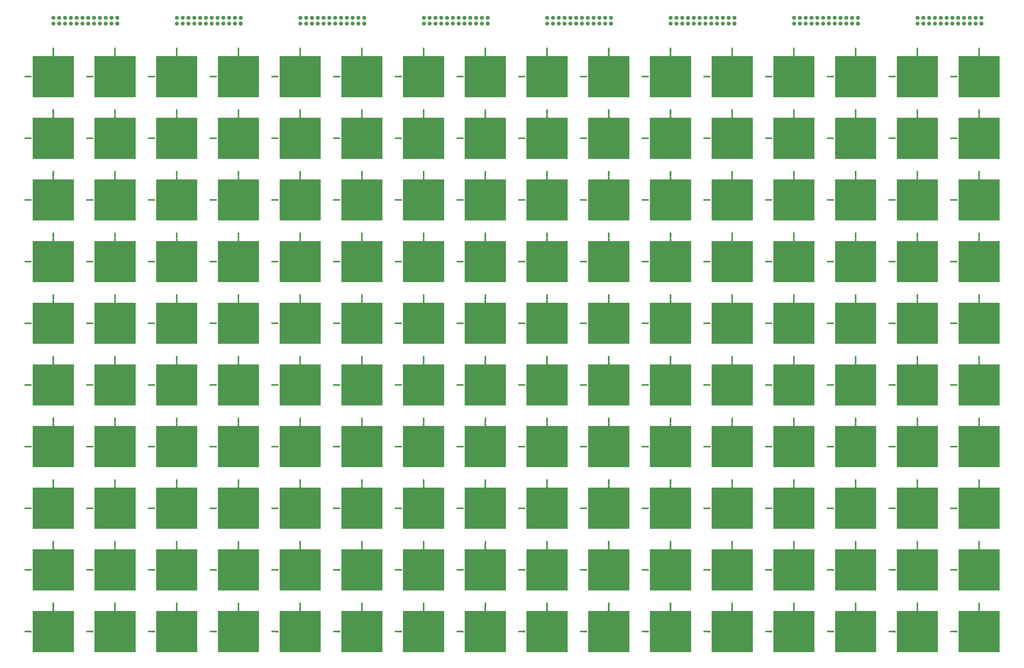
<source format=gts>
G04 Layer_Color=8388736*
%FSLAX25Y25*%
%MOIN*%
G70*
G01*
G75*
%ADD21R,0.03280X0.02217*%
%ADD22R,0.02926X0.03911*%
%ADD23C,0.06706*%
%ADD24P,0.07258X8X202.5*%
G36*
X5118Y373368D02*
X5118D01*
Y373425D01*
X15748D01*
Y370669D01*
X5118Y370727D01*
X4805Y370634D01*
X4163Y370747D01*
X3639Y371137D01*
X3347Y371721D01*
Y372047D01*
Y372374D01*
X3639Y372957D01*
X4163Y373347D01*
X4805Y373461D01*
X5118Y373368D01*
D02*
G37*
G36*
X1649016Y407480D02*
X1683071D01*
Y336614D01*
X1612205D01*
Y407480D01*
X1646260D01*
Y411417D01*
X1649016D01*
Y407480D01*
D02*
G37*
G36*
X1542717D02*
X1576772D01*
Y336614D01*
X1505906D01*
Y407480D01*
X1539961D01*
Y411417D01*
X1542717D01*
Y407480D01*
D02*
G37*
G36*
X111417Y373368D02*
X111417D01*
Y373425D01*
X122047D01*
Y370669D01*
X111417Y370727D01*
X111105Y370634D01*
X110462Y370747D01*
X109938Y371137D01*
X109646Y371721D01*
Y372047D01*
Y372374D01*
X109938Y372957D01*
X110462Y373347D01*
X111105Y373461D01*
X111417Y373368D01*
D02*
G37*
G36*
X430315D02*
X430315D01*
Y373425D01*
X440945D01*
Y370669D01*
X430315Y370727D01*
X430002Y370634D01*
X429359Y370747D01*
X428836Y371137D01*
X428543Y371721D01*
Y372047D01*
Y372374D01*
X428836Y372957D01*
X429359Y373347D01*
X430002Y373461D01*
X430315Y373368D01*
D02*
G37*
G36*
X324016D02*
X324016D01*
Y373425D01*
X334646D01*
Y370669D01*
X324016Y370727D01*
X323703Y370634D01*
X323060Y370747D01*
X322537Y371137D01*
X322244Y371721D01*
Y372047D01*
Y372374D01*
X322537Y372957D01*
X323060Y373347D01*
X323703Y373461D01*
X324016Y373368D01*
D02*
G37*
G36*
X217717D02*
X217717D01*
Y373425D01*
X228346D01*
Y370669D01*
X217717Y370727D01*
X217404Y370634D01*
X216761Y370747D01*
X216238Y371137D01*
X215945Y371721D01*
Y372047D01*
Y372374D01*
X216238Y372957D01*
X216761Y373347D01*
X217404Y373461D01*
X217717Y373368D01*
D02*
G37*
G36*
X1436417Y407480D02*
X1470472D01*
Y336614D01*
X1399606D01*
Y407480D01*
X1433661D01*
Y411417D01*
X1436417D01*
Y407480D01*
D02*
G37*
G36*
X904921D02*
X938976D01*
Y336614D01*
X868110D01*
Y407480D01*
X902165D01*
Y411417D01*
X904921D01*
Y407480D01*
D02*
G37*
G36*
X798622D02*
X832677D01*
Y336614D01*
X761811D01*
Y407480D01*
X795866D01*
Y411417D01*
X798622D01*
Y407480D01*
D02*
G37*
G36*
X692323D02*
X726378D01*
Y336614D01*
X655512D01*
Y407480D01*
X689567D01*
Y411417D01*
X692323D01*
Y407480D01*
D02*
G37*
G36*
X1011220D02*
X1045276D01*
Y336614D01*
X974409D01*
Y407480D01*
X1008465D01*
Y411417D01*
X1011220D01*
Y407480D01*
D02*
G37*
G36*
X1330118D02*
X1364173D01*
Y336614D01*
X1293307D01*
Y407480D01*
X1327362D01*
Y411417D01*
X1330118D01*
Y407480D01*
D02*
G37*
G36*
X1223819D02*
X1257874D01*
Y336614D01*
X1187008D01*
Y407480D01*
X1221063D01*
Y411417D01*
X1223819D01*
Y407480D01*
D02*
G37*
G36*
X1117520D02*
X1151575D01*
Y336614D01*
X1080709D01*
Y407480D01*
X1114764D01*
Y411417D01*
X1117520D01*
Y407480D01*
D02*
G37*
G36*
X1599606Y373368D02*
X1599606D01*
Y373425D01*
X1610236D01*
Y370669D01*
X1599606Y370727D01*
X1599294Y370634D01*
X1598651Y370747D01*
X1598127Y371137D01*
X1597835Y371721D01*
Y372047D01*
Y372374D01*
X1598127Y372957D01*
X1598651Y373347D01*
X1599294Y373461D01*
X1599606Y373368D01*
D02*
G37*
G36*
X1493307D02*
X1493307D01*
Y373425D01*
X1503937D01*
Y370669D01*
X1493307Y370727D01*
X1492994Y370634D01*
X1492352Y370747D01*
X1491828Y371137D01*
X1491535Y371721D01*
Y372047D01*
Y372374D01*
X1491828Y372957D01*
X1492352Y373347D01*
X1492994Y373461D01*
X1493307Y373368D01*
D02*
G37*
G36*
X1387008D02*
X1387008D01*
Y373425D01*
X1397638D01*
Y370669D01*
X1387008Y370727D01*
X1386695Y370634D01*
X1386052Y370747D01*
X1385529Y371137D01*
X1385236Y371721D01*
Y372047D01*
Y372374D01*
X1385529Y372957D01*
X1386052Y373347D01*
X1386695Y373461D01*
X1387008Y373368D01*
D02*
G37*
G36*
X53930Y422034D02*
X54318Y421647D01*
X54528Y421140D01*
Y420866D01*
Y412992D01*
X51772D01*
Y420866D01*
X51772Y421140D01*
X51981Y421647D01*
X52369Y422034D01*
X52876Y422244D01*
X53150Y422244D01*
X53424Y422244D01*
X53930Y422034D01*
D02*
G37*
G36*
X372828D02*
X373215Y421647D01*
X373425Y421140D01*
Y420866D01*
Y412992D01*
X370669D01*
Y420866D01*
X370669Y421140D01*
X370879Y421647D01*
X371267Y422034D01*
X371773Y422244D01*
X372047Y422244D01*
X372321Y422244D01*
X372828Y422034D01*
D02*
G37*
G36*
X266529D02*
X266916Y421647D01*
X267126Y421140D01*
Y420866D01*
Y412992D01*
X264370D01*
Y420866D01*
X264370Y421140D01*
X264580Y421647D01*
X264967Y422034D01*
X265474Y422244D01*
X265748Y422244D01*
X266022Y422244D01*
X266529Y422034D01*
D02*
G37*
G36*
X160229D02*
X160617Y421647D01*
X160827Y421140D01*
Y420866D01*
Y412992D01*
X158071D01*
Y420866D01*
X158071Y421140D01*
X158281Y421647D01*
X158668Y422034D01*
X159175Y422244D01*
X159449Y422244D01*
X159723Y422244D01*
X160229Y422034D01*
D02*
G37*
G36*
X1280709Y373368D02*
X1280709D01*
Y373425D01*
X1291339D01*
Y370669D01*
X1280709Y370727D01*
X1280396Y370634D01*
X1279753Y370747D01*
X1279230Y371137D01*
X1278937Y371721D01*
Y372047D01*
Y372374D01*
X1279230Y372957D01*
X1279753Y373347D01*
X1280396Y373461D01*
X1280709Y373368D01*
D02*
G37*
G36*
X749213D02*
X749213D01*
Y373425D01*
X759842D01*
Y370669D01*
X749213Y370727D01*
X748900Y370634D01*
X748257Y370747D01*
X747734Y371137D01*
X747441Y371721D01*
Y372047D01*
Y372374D01*
X747734Y372957D01*
X748257Y373347D01*
X748900Y373461D01*
X749213Y373368D01*
D02*
G37*
G36*
X642913D02*
X642913D01*
Y373425D01*
X653543D01*
Y370669D01*
X642913Y370727D01*
X642601Y370634D01*
X641958Y370747D01*
X641434Y371137D01*
X641142Y371721D01*
Y372047D01*
Y372374D01*
X641434Y372957D01*
X641958Y373347D01*
X642601Y373461D01*
X642913Y373368D01*
D02*
G37*
G36*
X536614D02*
X536614D01*
Y373425D01*
X547244D01*
Y370669D01*
X536614Y370727D01*
X536301Y370634D01*
X535659Y370747D01*
X535135Y371137D01*
X534842Y371721D01*
Y372047D01*
Y372374D01*
X535135Y372957D01*
X535659Y373347D01*
X536301Y373461D01*
X536614Y373368D01*
D02*
G37*
G36*
X855512D02*
X855512D01*
Y373425D01*
X866142D01*
Y370669D01*
X855512Y370727D01*
X855199Y370634D01*
X854556Y370747D01*
X854033Y371137D01*
X853740Y371721D01*
Y372047D01*
Y372374D01*
X854033Y372957D01*
X854556Y373347D01*
X855199Y373461D01*
X855512Y373368D01*
D02*
G37*
G36*
X1174409D02*
X1174409D01*
Y373425D01*
X1185039D01*
Y370669D01*
X1174409Y370727D01*
X1174097Y370634D01*
X1173454Y370747D01*
X1172931Y371137D01*
X1172638Y371721D01*
Y372047D01*
Y372374D01*
X1172931Y372957D01*
X1173454Y373347D01*
X1174097Y373461D01*
X1174409Y373368D01*
D02*
G37*
G36*
X1068110D02*
X1068110D01*
Y373425D01*
X1078740D01*
Y370669D01*
X1068110Y370727D01*
X1067797Y370634D01*
X1067155Y370747D01*
X1066631Y371137D01*
X1066339Y371721D01*
Y372047D01*
Y372374D01*
X1066631Y372957D01*
X1067155Y373347D01*
X1067797Y373461D01*
X1068110Y373368D01*
D02*
G37*
G36*
X961811D02*
X961811D01*
Y373425D01*
X972441D01*
Y370669D01*
X961811Y370727D01*
X961498Y370634D01*
X960855Y370747D01*
X960332Y371137D01*
X960039Y371721D01*
Y372047D01*
Y372374D01*
X960332Y372957D01*
X960855Y373347D01*
X961498Y373461D01*
X961811Y373368D01*
D02*
G37*
G36*
X266529Y315735D02*
X266916Y315348D01*
X267126Y314841D01*
Y314567D01*
Y306693D01*
X264370D01*
Y314567D01*
X264370Y314841D01*
X264580Y315348D01*
X264967Y315735D01*
X265474Y315945D01*
X265748Y315945D01*
X266022Y315945D01*
X266529Y315735D01*
D02*
G37*
G36*
X160229D02*
X160617Y315348D01*
X160827Y314841D01*
Y314567D01*
Y306693D01*
X158071D01*
Y314567D01*
X158071Y314841D01*
X158281Y315348D01*
X158668Y315735D01*
X159175Y315945D01*
X159449Y315945D01*
X159723Y315945D01*
X160229Y315735D01*
D02*
G37*
G36*
X53930D02*
X54318Y315348D01*
X54528Y314841D01*
Y314567D01*
Y306693D01*
X51772D01*
Y314567D01*
X51772Y314841D01*
X51981Y315348D01*
X52369Y315735D01*
X52876Y315945D01*
X53150Y315945D01*
X53424Y315945D01*
X53930Y315735D01*
D02*
G37*
G36*
X372828D02*
X373215Y315348D01*
X373425Y314841D01*
Y314567D01*
Y306693D01*
X370669D01*
Y314567D01*
X370669Y314841D01*
X370879Y315348D01*
X371267Y315735D01*
X371773Y315945D01*
X372047Y315945D01*
X372321Y315945D01*
X372828Y315735D01*
D02*
G37*
G36*
X691725D02*
X692113Y315348D01*
X692323Y314841D01*
Y314567D01*
Y306693D01*
X689567D01*
Y314567D01*
X689567Y314841D01*
X689777Y315348D01*
X690164Y315735D01*
X690671Y315945D01*
X690945Y315945D01*
X691219Y315945D01*
X691725Y315735D01*
D02*
G37*
G36*
X585426D02*
X585814Y315348D01*
X586024Y314841D01*
Y314567D01*
Y306693D01*
X583268D01*
Y314567D01*
X583268Y314841D01*
X583477Y315348D01*
X583865Y315735D01*
X584372Y315945D01*
X584646Y315945D01*
X584920Y315945D01*
X585426Y315735D01*
D02*
G37*
G36*
X479127D02*
X479515Y315348D01*
X479724Y314841D01*
Y314567D01*
Y306693D01*
X476968D01*
Y314567D01*
X476968Y314841D01*
X477178Y315348D01*
X477566Y315735D01*
X478072Y315945D01*
X478346Y315945D01*
X478621Y315945D01*
X479127Y315735D01*
D02*
G37*
G36*
X1599606Y267069D02*
X1599606D01*
Y267126D01*
X1610236D01*
Y264370D01*
X1599606Y264427D01*
X1599294Y264334D01*
X1598651Y264448D01*
X1598127Y264838D01*
X1597835Y265422D01*
Y265748D01*
Y266074D01*
X1598127Y266658D01*
X1598651Y267048D01*
X1599294Y267162D01*
X1599606Y267069D01*
D02*
G37*
G36*
X1068110D02*
X1068110D01*
Y267126D01*
X1078740D01*
Y264370D01*
X1068110Y264427D01*
X1067797Y264334D01*
X1067155Y264448D01*
X1066631Y264838D01*
X1066339Y265422D01*
Y265748D01*
Y266074D01*
X1066631Y266658D01*
X1067155Y267048D01*
X1067797Y267162D01*
X1068110Y267069D01*
D02*
G37*
G36*
X961811D02*
X961811D01*
Y267126D01*
X972441D01*
Y264370D01*
X961811Y264427D01*
X961498Y264334D01*
X960855Y264448D01*
X960332Y264838D01*
X960039Y265422D01*
Y265748D01*
Y266074D01*
X960332Y266658D01*
X960855Y267048D01*
X961498Y267162D01*
X961811Y267069D01*
D02*
G37*
G36*
X855512D02*
X855512D01*
Y267126D01*
X866142D01*
Y264370D01*
X855512Y264427D01*
X855199Y264334D01*
X854556Y264448D01*
X854033Y264838D01*
X853740Y265422D01*
Y265748D01*
Y266074D01*
X854033Y266658D01*
X854556Y267048D01*
X855199Y267162D01*
X855512Y267069D01*
D02*
G37*
G36*
X1174409D02*
X1174409D01*
Y267126D01*
X1185039D01*
Y264370D01*
X1174409Y264427D01*
X1174097Y264334D01*
X1173454Y264448D01*
X1172931Y264838D01*
X1172638Y265422D01*
Y265748D01*
Y266074D01*
X1172931Y266658D01*
X1173454Y267048D01*
X1174097Y267162D01*
X1174409Y267069D01*
D02*
G37*
G36*
X1493307D02*
X1493307D01*
Y267126D01*
X1503937D01*
Y264370D01*
X1493307Y264427D01*
X1492994Y264334D01*
X1492352Y264448D01*
X1491828Y264838D01*
X1491535Y265422D01*
Y265748D01*
Y266074D01*
X1491828Y266658D01*
X1492352Y267048D01*
X1492994Y267162D01*
X1493307Y267069D01*
D02*
G37*
G36*
X1387008D02*
X1387008D01*
Y267126D01*
X1397638D01*
Y264370D01*
X1387008Y264427D01*
X1386695Y264334D01*
X1386052Y264448D01*
X1385529Y264838D01*
X1385236Y265422D01*
Y265748D01*
Y266074D01*
X1385529Y266658D01*
X1386052Y267048D01*
X1386695Y267162D01*
X1387008Y267069D01*
D02*
G37*
G36*
X1280709D02*
X1280709D01*
Y267126D01*
X1291339D01*
Y264370D01*
X1280709Y264427D01*
X1280396Y264334D01*
X1279753Y264448D01*
X1279230Y264838D01*
X1278937Y265422D01*
Y265748D01*
Y266074D01*
X1279230Y266658D01*
X1279753Y267048D01*
X1280396Y267162D01*
X1280709Y267069D01*
D02*
G37*
G36*
X160827Y407480D02*
X194882D01*
Y336614D01*
X124016D01*
Y407480D01*
X158071D01*
Y411417D01*
X160827D01*
Y407480D01*
D02*
G37*
G36*
X54528D02*
X88583D01*
Y336614D01*
X17717D01*
Y407480D01*
X51772D01*
Y411417D01*
X54528D01*
Y407480D01*
D02*
G37*
G36*
X1648418Y315735D02*
X1648806Y315348D01*
X1649016Y314841D01*
Y314567D01*
Y306693D01*
X1646260D01*
Y314567D01*
X1646260Y314841D01*
X1646470Y315348D01*
X1646857Y315735D01*
X1647364Y315945D01*
X1647638Y315945D01*
X1647912Y315945D01*
X1648418Y315735D01*
D02*
G37*
G36*
X267126Y407480D02*
X301181D01*
Y336614D01*
X230315D01*
Y407480D01*
X264370D01*
Y411417D01*
X267126D01*
Y407480D01*
D02*
G37*
G36*
X586024D02*
X620079D01*
Y336614D01*
X549213D01*
Y407480D01*
X583268D01*
Y411417D01*
X586024D01*
Y407480D01*
D02*
G37*
G36*
X479724D02*
X513779D01*
Y336614D01*
X442913D01*
Y407480D01*
X476968D01*
Y411417D01*
X479724D01*
Y407480D01*
D02*
G37*
G36*
X373425D02*
X407480D01*
Y336614D01*
X336614D01*
Y407480D01*
X370669D01*
Y411417D01*
X373425D01*
Y407480D01*
D02*
G37*
G36*
X1542119Y315735D02*
X1542507Y315348D01*
X1542717Y314841D01*
Y314567D01*
Y306693D01*
X1539961D01*
Y314567D01*
X1539961Y314841D01*
X1540170Y315348D01*
X1540558Y315735D01*
X1541064Y315945D01*
X1541339Y315945D01*
X1541613Y315945D01*
X1542119Y315735D01*
D02*
G37*
G36*
X1010623D02*
X1011011Y315348D01*
X1011220Y314841D01*
Y314567D01*
Y306693D01*
X1008465D01*
Y314567D01*
X1008465Y314841D01*
X1008674Y315348D01*
X1009062Y315735D01*
X1009568Y315945D01*
X1009842Y315945D01*
X1010117Y315945D01*
X1010623Y315735D01*
D02*
G37*
G36*
X904324D02*
X904712Y315348D01*
X904921Y314841D01*
Y314567D01*
Y306693D01*
X902165D01*
Y314567D01*
X902165Y314841D01*
X902375Y315348D01*
X902763Y315735D01*
X903269Y315945D01*
X903543Y315945D01*
X903817Y315945D01*
X904324Y315735D01*
D02*
G37*
G36*
X798025D02*
X798412Y315348D01*
X798622Y314841D01*
Y314567D01*
Y306693D01*
X795866D01*
Y314567D01*
X795866Y314841D01*
X796076Y315348D01*
X796464Y315735D01*
X796970Y315945D01*
X797244Y315945D01*
X797518Y315945D01*
X798025Y315735D01*
D02*
G37*
G36*
X1116922D02*
X1117310Y315348D01*
X1117520Y314841D01*
Y314567D01*
Y306693D01*
X1114764D01*
Y314567D01*
X1114764Y314841D01*
X1114974Y315348D01*
X1115361Y315735D01*
X1115868Y315945D01*
X1116142Y315945D01*
X1116416Y315945D01*
X1116922Y315735D01*
D02*
G37*
G36*
X1435820D02*
X1436207Y315348D01*
X1436417Y314841D01*
Y314567D01*
Y306693D01*
X1433661D01*
Y314567D01*
X1433661Y314841D01*
X1433871Y315348D01*
X1434259Y315735D01*
X1434765Y315945D01*
X1435039Y315945D01*
X1435314Y315945D01*
X1435820Y315735D01*
D02*
G37*
G36*
X1329521D02*
X1329908Y315348D01*
X1330118Y314841D01*
Y314567D01*
Y306693D01*
X1327362D01*
Y314567D01*
X1327362Y314841D01*
X1327572Y315348D01*
X1327960Y315735D01*
X1328466Y315945D01*
X1328740Y315945D01*
X1329014Y315945D01*
X1329521Y315735D01*
D02*
G37*
G36*
X1223221D02*
X1223609Y315348D01*
X1223819Y314841D01*
Y314567D01*
Y306693D01*
X1221063D01*
Y314567D01*
X1221063Y314841D01*
X1221273Y315348D01*
X1221660Y315735D01*
X1222167Y315945D01*
X1222441Y315945D01*
X1222715Y315945D01*
X1223221Y315735D01*
D02*
G37*
G36*
X1280709Y479667D02*
X1280709D01*
Y479724D01*
X1291339D01*
Y476968D01*
X1280709Y477026D01*
X1280396Y476933D01*
X1279753Y477047D01*
X1279230Y477437D01*
X1278937Y478020D01*
Y478346D01*
Y478673D01*
X1279230Y479256D01*
X1279753Y479646D01*
X1280396Y479760D01*
X1280709Y479667D01*
D02*
G37*
G36*
X1174409D02*
X1174409D01*
Y479724D01*
X1185039D01*
Y476968D01*
X1174409Y477026D01*
X1174097Y476933D01*
X1173454Y477047D01*
X1172931Y477437D01*
X1172638Y478020D01*
Y478346D01*
Y478673D01*
X1172931Y479256D01*
X1173454Y479646D01*
X1174097Y479760D01*
X1174409Y479667D01*
D02*
G37*
G36*
X1068110D02*
X1068110D01*
Y479724D01*
X1078740D01*
Y476968D01*
X1068110Y477026D01*
X1067797Y476933D01*
X1067155Y477047D01*
X1066631Y477437D01*
X1066339Y478020D01*
Y478346D01*
Y478673D01*
X1066631Y479256D01*
X1067155Y479646D01*
X1067797Y479760D01*
X1068110Y479667D01*
D02*
G37*
G36*
X1387008D02*
X1387008D01*
Y479724D01*
X1397638D01*
Y476968D01*
X1387008Y477026D01*
X1386695Y476933D01*
X1386052Y477047D01*
X1385529Y477437D01*
X1385236Y478020D01*
Y478346D01*
Y478673D01*
X1385529Y479256D01*
X1386052Y479646D01*
X1386695Y479760D01*
X1387008Y479667D01*
D02*
G37*
G36*
X53930Y528334D02*
X54318Y527946D01*
X54528Y527439D01*
Y527165D01*
Y519291D01*
X51772D01*
Y527165D01*
X51772Y527439D01*
X51981Y527946D01*
X52369Y528334D01*
X52876Y528543D01*
X53150Y528543D01*
X53424Y528543D01*
X53930Y528334D01*
D02*
G37*
G36*
X1599606Y479667D02*
X1599606D01*
Y479724D01*
X1610236D01*
Y476968D01*
X1599606Y477026D01*
X1599294Y476933D01*
X1598651Y477047D01*
X1598127Y477437D01*
X1597835Y478020D01*
Y478346D01*
Y478673D01*
X1598127Y479256D01*
X1598651Y479646D01*
X1599294Y479760D01*
X1599606Y479667D01*
D02*
G37*
G36*
X1493307D02*
X1493307D01*
Y479724D01*
X1503937D01*
Y476968D01*
X1493307Y477026D01*
X1492994Y476933D01*
X1492352Y477047D01*
X1491828Y477437D01*
X1491535Y478020D01*
Y478346D01*
Y478673D01*
X1491828Y479256D01*
X1492352Y479646D01*
X1492994Y479760D01*
X1493307Y479667D01*
D02*
G37*
G36*
X961811D02*
X961811D01*
Y479724D01*
X972441D01*
Y476968D01*
X961811Y477026D01*
X961498Y476933D01*
X960855Y477047D01*
X960332Y477437D01*
X960039Y478020D01*
Y478346D01*
Y478673D01*
X960332Y479256D01*
X960855Y479646D01*
X961498Y479760D01*
X961811Y479667D01*
D02*
G37*
G36*
X430315D02*
X430315D01*
Y479724D01*
X440945D01*
Y476968D01*
X430315Y477026D01*
X430002Y476933D01*
X429359Y477047D01*
X428836Y477437D01*
X428543Y478020D01*
Y478346D01*
Y478673D01*
X428836Y479256D01*
X429359Y479646D01*
X430002Y479760D01*
X430315Y479667D01*
D02*
G37*
G36*
X324016D02*
X324016D01*
Y479724D01*
X334646D01*
Y476968D01*
X324016Y477026D01*
X323703Y476933D01*
X323060Y477047D01*
X322537Y477437D01*
X322244Y478020D01*
Y478346D01*
Y478673D01*
X322537Y479256D01*
X323060Y479646D01*
X323703Y479760D01*
X324016Y479667D01*
D02*
G37*
G36*
X217717D02*
X217717D01*
Y479724D01*
X228346D01*
Y476968D01*
X217717Y477026D01*
X217404Y476933D01*
X216761Y477047D01*
X216238Y477437D01*
X215945Y478020D01*
Y478346D01*
Y478673D01*
X216238Y479256D01*
X216761Y479646D01*
X217404Y479760D01*
X217717Y479667D01*
D02*
G37*
G36*
X536614D02*
X536614D01*
Y479724D01*
X547244D01*
Y476968D01*
X536614Y477026D01*
X536301Y476933D01*
X535659Y477047D01*
X535135Y477437D01*
X534842Y478020D01*
Y478346D01*
Y478673D01*
X535135Y479256D01*
X535659Y479646D01*
X536301Y479760D01*
X536614Y479667D01*
D02*
G37*
G36*
X855512D02*
X855512D01*
Y479724D01*
X866142D01*
Y476968D01*
X855512Y477026D01*
X855199Y476933D01*
X854556Y477047D01*
X854033Y477437D01*
X853740Y478020D01*
Y478346D01*
Y478673D01*
X854033Y479256D01*
X854556Y479646D01*
X855199Y479760D01*
X855512Y479667D01*
D02*
G37*
G36*
X749213D02*
X749213D01*
Y479724D01*
X759842D01*
Y476968D01*
X749213Y477026D01*
X748900Y476933D01*
X748257Y477047D01*
X747734Y477437D01*
X747441Y478020D01*
Y478346D01*
Y478673D01*
X747734Y479256D01*
X748257Y479646D01*
X748900Y479760D01*
X749213Y479667D01*
D02*
G37*
G36*
X642913D02*
X642913D01*
Y479724D01*
X653543D01*
Y476968D01*
X642913Y477026D01*
X642601Y476933D01*
X641958Y477047D01*
X641434Y477437D01*
X641142Y478020D01*
Y478346D01*
Y478673D01*
X641434Y479256D01*
X641958Y479646D01*
X642601Y479760D01*
X642913Y479667D01*
D02*
G37*
G36*
X1223221Y528334D02*
X1223609Y527946D01*
X1223819Y527439D01*
Y527165D01*
Y519291D01*
X1221063D01*
Y527165D01*
X1221063Y527439D01*
X1221273Y527946D01*
X1221660Y528334D01*
X1222167Y528543D01*
X1222441Y528543D01*
X1222715Y528543D01*
X1223221Y528334D01*
D02*
G37*
G36*
X1116922D02*
X1117310Y527946D01*
X1117520Y527439D01*
Y527165D01*
Y519291D01*
X1114764D01*
Y527165D01*
X1114764Y527439D01*
X1114974Y527946D01*
X1115361Y528334D01*
X1115868Y528543D01*
X1116142Y528543D01*
X1116416Y528543D01*
X1116922Y528334D01*
D02*
G37*
G36*
X1010623D02*
X1011011Y527946D01*
X1011220Y527439D01*
Y527165D01*
Y519291D01*
X1008465D01*
Y527165D01*
X1008465Y527439D01*
X1008674Y527946D01*
X1009062Y528334D01*
X1009568Y528543D01*
X1009842Y528543D01*
X1010117Y528543D01*
X1010623Y528334D01*
D02*
G37*
G36*
X1329521D02*
X1329908Y527946D01*
X1330118Y527439D01*
Y527165D01*
Y519291D01*
X1327362D01*
Y527165D01*
X1327362Y527439D01*
X1327572Y527946D01*
X1327960Y528334D01*
X1328466Y528543D01*
X1328740Y528543D01*
X1329014Y528543D01*
X1329521Y528334D01*
D02*
G37*
G36*
X1648418D02*
X1648806Y527946D01*
X1649016Y527439D01*
Y527165D01*
Y519291D01*
X1646260D01*
Y527165D01*
X1646260Y527439D01*
X1646470Y527946D01*
X1646857Y528334D01*
X1647364Y528543D01*
X1647638Y528543D01*
X1647912Y528543D01*
X1648418Y528334D01*
D02*
G37*
G36*
X1542119D02*
X1542507Y527946D01*
X1542717Y527439D01*
Y527165D01*
Y519291D01*
X1539961D01*
Y527165D01*
X1539961Y527439D01*
X1540170Y527946D01*
X1540558Y528334D01*
X1541064Y528543D01*
X1541339Y528543D01*
X1541613Y528543D01*
X1542119Y528334D01*
D02*
G37*
G36*
X1435820D02*
X1436207Y527946D01*
X1436417Y527439D01*
Y527165D01*
Y519291D01*
X1433661D01*
Y527165D01*
X1433661Y527439D01*
X1433871Y527946D01*
X1434259Y528334D01*
X1434765Y528543D01*
X1435039Y528543D01*
X1435314Y528543D01*
X1435820Y528334D01*
D02*
G37*
G36*
X904324D02*
X904712Y527946D01*
X904921Y527439D01*
Y527165D01*
Y519291D01*
X902165D01*
Y527165D01*
X902165Y527439D01*
X902375Y527946D01*
X902763Y528334D01*
X903269Y528543D01*
X903543Y528543D01*
X903817Y528543D01*
X904324Y528334D01*
D02*
G37*
G36*
X372828D02*
X373215Y527946D01*
X373425Y527439D01*
Y527165D01*
Y519291D01*
X370669D01*
Y527165D01*
X370669Y527439D01*
X370879Y527946D01*
X371267Y528334D01*
X371773Y528543D01*
X372047Y528543D01*
X372321Y528543D01*
X372828Y528334D01*
D02*
G37*
G36*
X266529D02*
X266916Y527946D01*
X267126Y527439D01*
Y527165D01*
Y519291D01*
X264370D01*
Y527165D01*
X264370Y527439D01*
X264580Y527946D01*
X264967Y528334D01*
X265474Y528543D01*
X265748Y528543D01*
X266022Y528543D01*
X266529Y528334D01*
D02*
G37*
G36*
X160229D02*
X160617Y527946D01*
X160827Y527439D01*
Y527165D01*
Y519291D01*
X158071D01*
Y527165D01*
X158071Y527439D01*
X158281Y527946D01*
X158668Y528334D01*
X159175Y528543D01*
X159449Y528543D01*
X159723Y528543D01*
X160229Y528334D01*
D02*
G37*
G36*
X479127D02*
X479515Y527946D01*
X479724Y527439D01*
Y527165D01*
Y519291D01*
X476968D01*
Y527165D01*
X476968Y527439D01*
X477178Y527946D01*
X477566Y528334D01*
X478072Y528543D01*
X478346Y528543D01*
X478621Y528543D01*
X479127Y528334D01*
D02*
G37*
G36*
X798025D02*
X798412Y527946D01*
X798622Y527439D01*
Y527165D01*
Y519291D01*
X795866D01*
Y527165D01*
X795866Y527439D01*
X796076Y527946D01*
X796464Y528334D01*
X796970Y528543D01*
X797244Y528543D01*
X797518Y528543D01*
X798025Y528334D01*
D02*
G37*
G36*
X691725D02*
X692113Y527946D01*
X692323Y527439D01*
Y527165D01*
Y519291D01*
X689567D01*
Y527165D01*
X689567Y527439D01*
X689777Y527946D01*
X690164Y528334D01*
X690671Y528543D01*
X690945Y528543D01*
X691219Y528543D01*
X691725Y528334D01*
D02*
G37*
G36*
X585426D02*
X585814Y527946D01*
X586024Y527439D01*
Y527165D01*
Y519291D01*
X583268D01*
Y527165D01*
X583268Y527439D01*
X583477Y527946D01*
X583865Y528334D01*
X584372Y528543D01*
X584646Y528543D01*
X584920Y528543D01*
X585426Y528334D01*
D02*
G37*
G36*
X1542119Y422034D02*
X1542507Y421647D01*
X1542717Y421140D01*
Y420866D01*
Y412992D01*
X1539961D01*
Y420866D01*
X1539961Y421140D01*
X1540170Y421647D01*
X1540558Y422034D01*
X1541064Y422244D01*
X1541339Y422244D01*
X1541613Y422244D01*
X1542119Y422034D01*
D02*
G37*
G36*
X1435820D02*
X1436207Y421647D01*
X1436417Y421140D01*
Y420866D01*
Y412992D01*
X1433661D01*
Y420866D01*
X1433661Y421140D01*
X1433871Y421647D01*
X1434259Y422034D01*
X1434765Y422244D01*
X1435039Y422244D01*
X1435314Y422244D01*
X1435820Y422034D01*
D02*
G37*
G36*
X1329521D02*
X1329908Y421647D01*
X1330118Y421140D01*
Y420866D01*
Y412992D01*
X1327362D01*
Y420866D01*
X1327362Y421140D01*
X1327572Y421647D01*
X1327960Y422034D01*
X1328466Y422244D01*
X1328740Y422244D01*
X1329014Y422244D01*
X1329521Y422034D01*
D02*
G37*
G36*
X1648418D02*
X1648806Y421647D01*
X1649016Y421140D01*
Y420866D01*
Y412992D01*
X1646260D01*
Y420866D01*
X1646260Y421140D01*
X1646470Y421647D01*
X1646857Y422034D01*
X1647364Y422244D01*
X1647638Y422244D01*
X1647912Y422244D01*
X1648418Y422034D01*
D02*
G37*
G36*
X267126Y513779D02*
X301181D01*
Y442913D01*
X230315D01*
Y513779D01*
X264370D01*
Y517717D01*
X267126D01*
Y513779D01*
D02*
G37*
G36*
X160827D02*
X194882D01*
Y442913D01*
X124016D01*
Y513779D01*
X158071D01*
Y517717D01*
X160827D01*
Y513779D01*
D02*
G37*
G36*
X54528D02*
X88583D01*
Y442913D01*
X17717D01*
Y513779D01*
X51772D01*
Y517717D01*
X54528D01*
Y513779D01*
D02*
G37*
G36*
X1223221Y422034D02*
X1223609Y421647D01*
X1223819Y421140D01*
Y420866D01*
Y412992D01*
X1221063D01*
Y420866D01*
X1221063Y421140D01*
X1221273Y421647D01*
X1221660Y422034D01*
X1222167Y422244D01*
X1222441Y422244D01*
X1222715Y422244D01*
X1223221Y422034D01*
D02*
G37*
G36*
X691725D02*
X692113Y421647D01*
X692323Y421140D01*
Y420866D01*
Y412992D01*
X689567D01*
Y420866D01*
X689567Y421140D01*
X689777Y421647D01*
X690164Y422034D01*
X690671Y422244D01*
X690945Y422244D01*
X691219Y422244D01*
X691725Y422034D01*
D02*
G37*
G36*
X585426D02*
X585814Y421647D01*
X586024Y421140D01*
Y420866D01*
Y412992D01*
X583268D01*
Y420866D01*
X583268Y421140D01*
X583477Y421647D01*
X583865Y422034D01*
X584372Y422244D01*
X584646Y422244D01*
X584920Y422244D01*
X585426Y422034D01*
D02*
G37*
G36*
X479127D02*
X479515Y421647D01*
X479724Y421140D01*
Y420866D01*
Y412992D01*
X476968D01*
Y420866D01*
X476968Y421140D01*
X477178Y421647D01*
X477566Y422034D01*
X478072Y422244D01*
X478346Y422244D01*
X478621Y422244D01*
X479127Y422034D01*
D02*
G37*
G36*
X798025D02*
X798412Y421647D01*
X798622Y421140D01*
Y420866D01*
Y412992D01*
X795866D01*
Y420866D01*
X795866Y421140D01*
X796076Y421647D01*
X796464Y422034D01*
X796970Y422244D01*
X797244Y422244D01*
X797518Y422244D01*
X798025Y422034D01*
D02*
G37*
G36*
X1116922D02*
X1117310Y421647D01*
X1117520Y421140D01*
Y420866D01*
Y412992D01*
X1114764D01*
Y420866D01*
X1114764Y421140D01*
X1114974Y421647D01*
X1115361Y422034D01*
X1115868Y422244D01*
X1116142Y422244D01*
X1116416Y422244D01*
X1116922Y422034D01*
D02*
G37*
G36*
X1010623D02*
X1011011Y421647D01*
X1011220Y421140D01*
Y420866D01*
Y412992D01*
X1008465D01*
Y420866D01*
X1008465Y421140D01*
X1008674Y421647D01*
X1009062Y422034D01*
X1009568Y422244D01*
X1009842Y422244D01*
X1010117Y422244D01*
X1010623Y422034D01*
D02*
G37*
G36*
X904324D02*
X904712Y421647D01*
X904921Y421140D01*
Y420866D01*
Y412992D01*
X902165D01*
Y420866D01*
X902165Y421140D01*
X902375Y421647D01*
X902763Y422034D01*
X903269Y422244D01*
X903543Y422244D01*
X903817Y422244D01*
X904324Y422034D01*
D02*
G37*
G36*
X1436417Y513779D02*
X1470472D01*
Y442913D01*
X1399606D01*
Y513779D01*
X1433661D01*
Y517717D01*
X1436417D01*
Y513779D01*
D02*
G37*
G36*
X1330118D02*
X1364173D01*
Y442913D01*
X1293307D01*
Y513779D01*
X1327362D01*
Y517717D01*
X1330118D01*
Y513779D01*
D02*
G37*
G36*
X1223819D02*
X1257874D01*
Y442913D01*
X1187008D01*
Y513779D01*
X1221063D01*
Y517717D01*
X1223819D01*
Y513779D01*
D02*
G37*
G36*
X1542717D02*
X1576772D01*
Y442913D01*
X1505906D01*
Y513779D01*
X1539961D01*
Y517717D01*
X1542717D01*
Y513779D01*
D02*
G37*
G36*
X111417Y479667D02*
X111417D01*
Y479724D01*
X122047D01*
Y476968D01*
X111417Y477026D01*
X111105Y476933D01*
X110462Y477047D01*
X109938Y477437D01*
X109646Y478020D01*
Y478346D01*
Y478673D01*
X109938Y479256D01*
X110462Y479646D01*
X111105Y479760D01*
X111417Y479667D01*
D02*
G37*
G36*
X5118D02*
X5118D01*
Y479724D01*
X15748D01*
Y476968D01*
X5118Y477026D01*
X4805Y476933D01*
X4163Y477047D01*
X3639Y477437D01*
X3347Y478020D01*
Y478346D01*
Y478673D01*
X3639Y479256D01*
X4163Y479646D01*
X4805Y479760D01*
X5118Y479667D01*
D02*
G37*
G36*
X1649016Y513779D02*
X1683071D01*
Y442913D01*
X1612205D01*
Y513779D01*
X1646260D01*
Y517717D01*
X1649016D01*
Y513779D01*
D02*
G37*
G36*
X1117520D02*
X1151575D01*
Y442913D01*
X1080709D01*
Y513779D01*
X1114764D01*
Y517717D01*
X1117520D01*
Y513779D01*
D02*
G37*
G36*
X586024D02*
X620079D01*
Y442913D01*
X549213D01*
Y513779D01*
X583268D01*
Y517717D01*
X586024D01*
Y513779D01*
D02*
G37*
G36*
X479724D02*
X513779D01*
Y442913D01*
X442913D01*
Y513779D01*
X476968D01*
Y517717D01*
X479724D01*
Y513779D01*
D02*
G37*
G36*
X373425D02*
X407480D01*
Y442913D01*
X336614D01*
Y513779D01*
X370669D01*
Y517717D01*
X373425D01*
Y513779D01*
D02*
G37*
G36*
X692323D02*
X726378D01*
Y442913D01*
X655512D01*
Y513779D01*
X689567D01*
Y517717D01*
X692323D01*
Y513779D01*
D02*
G37*
G36*
X1011220D02*
X1045276D01*
Y442913D01*
X974409D01*
Y513779D01*
X1008465D01*
Y517717D01*
X1011220D01*
Y513779D01*
D02*
G37*
G36*
X904921D02*
X938976D01*
Y442913D01*
X868110D01*
Y513779D01*
X902165D01*
Y517717D01*
X904921D01*
Y513779D01*
D02*
G37*
G36*
X798622D02*
X832677D01*
Y442913D01*
X761811D01*
Y513779D01*
X795866D01*
Y517717D01*
X798622D01*
Y513779D01*
D02*
G37*
G36*
X904324Y103137D02*
X904712Y102749D01*
X904921Y102243D01*
Y101969D01*
Y94095D01*
X902165D01*
Y101969D01*
X902165Y102243D01*
X902375Y102749D01*
X902763Y103137D01*
X903269Y103347D01*
X903543Y103346D01*
X903817Y103347D01*
X904324Y103137D01*
D02*
G37*
G36*
X798025D02*
X798412Y102749D01*
X798622Y102243D01*
Y101969D01*
Y94095D01*
X795866D01*
Y101969D01*
X795866Y102243D01*
X796076Y102749D01*
X796464Y103137D01*
X796970Y103347D01*
X797244Y103346D01*
X797518Y103347D01*
X798025Y103137D01*
D02*
G37*
G36*
X691725D02*
X692113Y102749D01*
X692323Y102243D01*
Y101969D01*
Y94095D01*
X689567D01*
Y101969D01*
X689567Y102243D01*
X689777Y102749D01*
X690164Y103137D01*
X690671Y103347D01*
X690945Y103346D01*
X691219Y103347D01*
X691725Y103137D01*
D02*
G37*
G36*
X1010623D02*
X1011011Y102749D01*
X1011220Y102243D01*
Y101969D01*
Y94095D01*
X1008465D01*
Y101969D01*
X1008465Y102243D01*
X1008674Y102749D01*
X1009062Y103137D01*
X1009568Y103347D01*
X1009842Y103346D01*
X1010117Y103347D01*
X1010623Y103137D01*
D02*
G37*
G36*
X1329521D02*
X1329908Y102749D01*
X1330118Y102243D01*
Y101969D01*
Y94095D01*
X1327362D01*
Y101969D01*
X1327362Y102243D01*
X1327572Y102749D01*
X1327960Y103137D01*
X1328466Y103347D01*
X1328740Y103346D01*
X1329014Y103347D01*
X1329521Y103137D01*
D02*
G37*
G36*
X1223221D02*
X1223609Y102749D01*
X1223819Y102243D01*
Y101969D01*
Y94095D01*
X1221063D01*
Y101969D01*
X1221063Y102243D01*
X1221273Y102749D01*
X1221660Y103137D01*
X1222167Y103347D01*
X1222441Y103346D01*
X1222715Y103347D01*
X1223221Y103137D01*
D02*
G37*
G36*
X1116922D02*
X1117310Y102749D01*
X1117520Y102243D01*
Y101969D01*
Y94095D01*
X1114764D01*
Y101969D01*
X1114764Y102243D01*
X1114974Y102749D01*
X1115361Y103137D01*
X1115868Y103347D01*
X1116142Y103346D01*
X1116416Y103347D01*
X1116922Y103137D01*
D02*
G37*
G36*
X585426D02*
X585814Y102749D01*
X586024Y102243D01*
Y101969D01*
Y94095D01*
X583268D01*
Y101969D01*
X583268Y102243D01*
X583477Y102749D01*
X583865Y103137D01*
X584372Y103347D01*
X584646Y103346D01*
X584920Y103347D01*
X585426Y103137D01*
D02*
G37*
G36*
X53930D02*
X54318Y102749D01*
X54528Y102243D01*
Y101969D01*
Y94095D01*
X51772D01*
Y101969D01*
X51772Y102243D01*
X51981Y102749D01*
X52369Y103137D01*
X52876Y103347D01*
X53150Y103346D01*
X53424Y103347D01*
X53930Y103137D01*
D02*
G37*
G36*
X1599606Y54470D02*
X1599606D01*
Y54528D01*
X1610236D01*
Y51772D01*
X1599606Y51829D01*
X1599294Y51736D01*
X1598651Y51850D01*
X1598127Y52240D01*
X1597835Y52823D01*
Y53150D01*
Y53476D01*
X1598127Y54059D01*
X1598651Y54449D01*
X1599294Y54563D01*
X1599606Y54470D01*
D02*
G37*
G36*
X1493307D02*
X1493307D01*
Y54528D01*
X1503937D01*
Y51772D01*
X1493307Y51829D01*
X1492994Y51736D01*
X1492352Y51850D01*
X1491828Y52240D01*
X1491535Y52823D01*
Y53150D01*
Y53476D01*
X1491828Y54059D01*
X1492352Y54449D01*
X1492994Y54563D01*
X1493307Y54470D01*
D02*
G37*
G36*
X160229Y103137D02*
X160617Y102749D01*
X160827Y102243D01*
Y101969D01*
Y94095D01*
X158071D01*
Y101969D01*
X158071Y102243D01*
X158281Y102749D01*
X158668Y103137D01*
X159175Y103347D01*
X159449Y103346D01*
X159723Y103347D01*
X160229Y103137D01*
D02*
G37*
G36*
X479127D02*
X479515Y102749D01*
X479724Y102243D01*
Y101969D01*
Y94095D01*
X476968D01*
Y101969D01*
X476968Y102243D01*
X477178Y102749D01*
X477566Y103137D01*
X478072Y103347D01*
X478346Y103346D01*
X478621Y103347D01*
X479127Y103137D01*
D02*
G37*
G36*
X372828D02*
X373215Y102749D01*
X373425Y102243D01*
Y101969D01*
Y94095D01*
X370669D01*
Y101969D01*
X370669Y102243D01*
X370879Y102749D01*
X371267Y103137D01*
X371773Y103347D01*
X372047Y103346D01*
X372321Y103347D01*
X372828Y103137D01*
D02*
G37*
G36*
X266529D02*
X266916Y102749D01*
X267126Y102243D01*
Y101969D01*
Y94095D01*
X264370D01*
Y101969D01*
X264370Y102243D01*
X264580Y102749D01*
X264967Y103137D01*
X265474Y103347D01*
X265748Y103346D01*
X266022Y103347D01*
X266529Y103137D01*
D02*
G37*
G36*
X798622Y194882D02*
X832677D01*
Y124016D01*
X761811D01*
Y194882D01*
X795866D01*
Y198819D01*
X798622D01*
Y194882D01*
D02*
G37*
G36*
X692323D02*
X726378D01*
Y124016D01*
X655512D01*
Y194882D01*
X689567D01*
Y198819D01*
X692323D01*
Y194882D01*
D02*
G37*
G36*
X586024D02*
X620079D01*
Y124016D01*
X549213D01*
Y194882D01*
X583268D01*
Y198819D01*
X586024D01*
Y194882D01*
D02*
G37*
G36*
X904921D02*
X938976D01*
Y124016D01*
X868110D01*
Y194882D01*
X902165D01*
Y198819D01*
X904921D01*
Y194882D01*
D02*
G37*
G36*
X1223819D02*
X1257874D01*
Y124016D01*
X1187008D01*
Y194882D01*
X1221063D01*
Y198819D01*
X1223819D01*
Y194882D01*
D02*
G37*
G36*
X1117520D02*
X1151575D01*
Y124016D01*
X1080709D01*
Y194882D01*
X1114764D01*
Y198819D01*
X1117520D01*
Y194882D01*
D02*
G37*
G36*
X1011220D02*
X1045276D01*
Y124016D01*
X974409D01*
Y194882D01*
X1008465D01*
Y198819D01*
X1011220D01*
Y194882D01*
D02*
G37*
G36*
X479724D02*
X513779D01*
Y124016D01*
X442913D01*
Y194882D01*
X476968D01*
Y198819D01*
X479724D01*
Y194882D01*
D02*
G37*
G36*
X1648418Y103137D02*
X1648806Y102749D01*
X1649016Y102243D01*
Y101969D01*
Y94095D01*
X1646260D01*
Y101969D01*
X1646260Y102243D01*
X1646470Y102749D01*
X1646857Y103137D01*
X1647364Y103347D01*
X1647638Y103346D01*
X1647912Y103347D01*
X1648418Y103137D01*
D02*
G37*
G36*
X1542119D02*
X1542507Y102749D01*
X1542717Y102243D01*
Y101969D01*
Y94095D01*
X1539961D01*
Y101969D01*
X1539961Y102243D01*
X1540170Y102749D01*
X1540558Y103137D01*
X1541064Y103347D01*
X1541339Y103346D01*
X1541613Y103347D01*
X1542119Y103137D01*
D02*
G37*
G36*
X1435820D02*
X1436207Y102749D01*
X1436417Y102243D01*
Y101969D01*
Y94095D01*
X1433661D01*
Y101969D01*
X1433661Y102243D01*
X1433871Y102749D01*
X1434259Y103137D01*
X1434765Y103347D01*
X1435039Y103346D01*
X1435314Y103347D01*
X1435820Y103137D01*
D02*
G37*
G36*
X54528Y194882D02*
X88583D01*
Y124016D01*
X17717D01*
Y194882D01*
X51772D01*
Y198819D01*
X54528D01*
Y194882D01*
D02*
G37*
G36*
X373425D02*
X407480D01*
Y124016D01*
X336614D01*
Y194882D01*
X370669D01*
Y198819D01*
X373425D01*
Y194882D01*
D02*
G37*
G36*
X267126D02*
X301181D01*
Y124016D01*
X230315D01*
Y194882D01*
X264370D01*
Y198819D01*
X267126D01*
Y194882D01*
D02*
G37*
G36*
X160827D02*
X194882D01*
Y124016D01*
X124016D01*
Y194882D01*
X158071D01*
Y198819D01*
X160827D01*
Y194882D01*
D02*
G37*
G36*
X1117520Y88583D02*
X1151575D01*
Y17717D01*
X1080709D01*
Y88583D01*
X1114764D01*
Y92520D01*
X1117520D01*
Y88583D01*
D02*
G37*
G36*
X1011220D02*
X1045276D01*
Y17717D01*
X974409D01*
Y88583D01*
X1008465D01*
Y92520D01*
X1011220D01*
Y88583D01*
D02*
G37*
G36*
X904921D02*
X938976D01*
Y17717D01*
X868110D01*
Y88583D01*
X902165D01*
Y92520D01*
X904921D01*
Y88583D01*
D02*
G37*
G36*
X1223819D02*
X1257874D01*
Y17717D01*
X1187008D01*
Y88583D01*
X1221063D01*
Y92520D01*
X1223819D01*
Y88583D01*
D02*
G37*
G36*
X1542717D02*
X1576772D01*
Y17717D01*
X1505906D01*
Y88583D01*
X1539961D01*
Y92520D01*
X1542717D01*
Y88583D01*
D02*
G37*
G36*
X1436417D02*
X1470472D01*
Y17717D01*
X1399606D01*
Y88583D01*
X1433661D01*
Y92520D01*
X1436417D01*
Y88583D01*
D02*
G37*
G36*
X1330118D02*
X1364173D01*
Y17717D01*
X1293307D01*
Y88583D01*
X1327362D01*
Y92520D01*
X1330118D01*
Y88583D01*
D02*
G37*
G36*
X798622D02*
X832677D01*
Y17717D01*
X761811D01*
Y88583D01*
X795866D01*
Y92520D01*
X798622D01*
Y88583D01*
D02*
G37*
G36*
X267126D02*
X301181D01*
Y17717D01*
X230315D01*
Y88583D01*
X264370D01*
Y92520D01*
X267126D01*
Y88583D01*
D02*
G37*
G36*
X160827D02*
X194882D01*
Y17717D01*
X124016D01*
Y88583D01*
X158071D01*
Y92520D01*
X160827D01*
Y88583D01*
D02*
G37*
G36*
X54528D02*
X88583D01*
Y17717D01*
X17717D01*
Y88583D01*
X51772D01*
Y92520D01*
X54528D01*
Y88583D01*
D02*
G37*
G36*
X373425D02*
X407480D01*
Y17717D01*
X336614D01*
Y88583D01*
X370669D01*
Y92520D01*
X373425D01*
Y88583D01*
D02*
G37*
G36*
X692323D02*
X726378D01*
Y17717D01*
X655512D01*
Y88583D01*
X689567D01*
Y92520D01*
X692323D01*
Y88583D01*
D02*
G37*
G36*
X586024D02*
X620079D01*
Y17717D01*
X549213D01*
Y88583D01*
X583268D01*
Y92520D01*
X586024D01*
Y88583D01*
D02*
G37*
G36*
X479724D02*
X513779D01*
Y17717D01*
X442913D01*
Y88583D01*
X476968D01*
Y92520D01*
X479724D01*
Y88583D01*
D02*
G37*
G36*
X961811Y54470D02*
X961811D01*
Y54528D01*
X972441D01*
Y51772D01*
X961811Y51829D01*
X961498Y51736D01*
X960855Y51850D01*
X960332Y52240D01*
X960039Y52823D01*
Y53150D01*
Y53476D01*
X960332Y54059D01*
X960855Y54449D01*
X961498Y54563D01*
X961811Y54470D01*
D02*
G37*
G36*
X855512D02*
X855512D01*
Y54528D01*
X866142D01*
Y51772D01*
X855512Y51829D01*
X855199Y51736D01*
X854556Y51850D01*
X854033Y52240D01*
X853740Y52823D01*
Y53150D01*
Y53476D01*
X854033Y54059D01*
X854556Y54449D01*
X855199Y54563D01*
X855512Y54470D01*
D02*
G37*
G36*
X749213D02*
X749213D01*
Y54528D01*
X759842D01*
Y51772D01*
X749213Y51829D01*
X748900Y51736D01*
X748257Y51850D01*
X747734Y52240D01*
X747441Y52823D01*
Y53150D01*
Y53476D01*
X747734Y54059D01*
X748257Y54449D01*
X748900Y54563D01*
X749213Y54470D01*
D02*
G37*
G36*
X1068110D02*
X1068110D01*
Y54528D01*
X1078740D01*
Y51772D01*
X1068110Y51829D01*
X1067797Y51736D01*
X1067155Y51850D01*
X1066631Y52240D01*
X1066339Y52823D01*
Y53150D01*
Y53476D01*
X1066631Y54059D01*
X1067155Y54449D01*
X1067797Y54563D01*
X1068110Y54470D01*
D02*
G37*
G36*
X1387008D02*
X1387008D01*
Y54528D01*
X1397638D01*
Y51772D01*
X1387008Y51829D01*
X1386695Y51736D01*
X1386052Y51850D01*
X1385529Y52240D01*
X1385236Y52823D01*
Y53150D01*
Y53476D01*
X1385529Y54059D01*
X1386052Y54449D01*
X1386695Y54563D01*
X1387008Y54470D01*
D02*
G37*
G36*
X1280709D02*
X1280709D01*
Y54528D01*
X1291339D01*
Y51772D01*
X1280709Y51829D01*
X1280396Y51736D01*
X1279753Y51850D01*
X1279230Y52240D01*
X1278937Y52823D01*
Y53150D01*
Y53476D01*
X1279230Y54059D01*
X1279753Y54449D01*
X1280396Y54563D01*
X1280709Y54470D01*
D02*
G37*
G36*
X1174409D02*
X1174409D01*
Y54528D01*
X1185039D01*
Y51772D01*
X1174409Y51829D01*
X1174097Y51736D01*
X1173454Y51850D01*
X1172931Y52240D01*
X1172638Y52823D01*
Y53150D01*
Y53476D01*
X1172931Y54059D01*
X1173454Y54449D01*
X1174097Y54563D01*
X1174409Y54470D01*
D02*
G37*
G36*
X642913D02*
X642913D01*
Y54528D01*
X653543D01*
Y51772D01*
X642913Y51829D01*
X642601Y51736D01*
X641958Y51850D01*
X641434Y52240D01*
X641142Y52823D01*
Y53150D01*
Y53476D01*
X641434Y54059D01*
X641958Y54449D01*
X642601Y54563D01*
X642913Y54470D01*
D02*
G37*
G36*
X111417D02*
X111417D01*
Y54528D01*
X122047D01*
Y51772D01*
X111417Y51829D01*
X111105Y51736D01*
X110462Y51850D01*
X109938Y52240D01*
X109646Y52823D01*
Y53150D01*
Y53476D01*
X109938Y54059D01*
X110462Y54449D01*
X111105Y54563D01*
X111417Y54470D01*
D02*
G37*
G36*
X5118D02*
X5118D01*
Y54528D01*
X15748D01*
Y51772D01*
X5118Y51829D01*
X4805Y51736D01*
X4163Y51850D01*
X3639Y52240D01*
X3347Y52823D01*
Y53150D01*
Y53476D01*
X3639Y54059D01*
X4163Y54449D01*
X4805Y54563D01*
X5118Y54470D01*
D02*
G37*
G36*
X1649016Y88583D02*
X1683071D01*
Y17717D01*
X1612205D01*
Y88583D01*
X1646260D01*
Y92520D01*
X1649016D01*
Y88583D01*
D02*
G37*
G36*
X217717Y54470D02*
X217717D01*
Y54528D01*
X228346D01*
Y51772D01*
X217717Y51829D01*
X217404Y51736D01*
X216761Y51850D01*
X216238Y52240D01*
X215945Y52823D01*
Y53150D01*
Y53476D01*
X216238Y54059D01*
X216761Y54449D01*
X217404Y54563D01*
X217717Y54470D01*
D02*
G37*
G36*
X536614D02*
X536614D01*
Y54528D01*
X547244D01*
Y51772D01*
X536614Y51829D01*
X536301Y51736D01*
X535659Y51850D01*
X535135Y52240D01*
X534842Y52823D01*
Y53150D01*
Y53476D01*
X535135Y54059D01*
X535659Y54449D01*
X536301Y54563D01*
X536614Y54470D01*
D02*
G37*
G36*
X430315D02*
X430315D01*
Y54528D01*
X440945D01*
Y51772D01*
X430315Y51829D01*
X430002Y51736D01*
X429359Y51850D01*
X428836Y52240D01*
X428543Y52823D01*
Y53150D01*
Y53476D01*
X428836Y54059D01*
X429359Y54449D01*
X430002Y54563D01*
X430315Y54470D01*
D02*
G37*
G36*
X324016D02*
X324016D01*
Y54528D01*
X334646D01*
Y51772D01*
X324016Y51829D01*
X323703Y51736D01*
X323060Y51850D01*
X322537Y52240D01*
X322244Y52823D01*
Y53150D01*
Y53476D01*
X322537Y54059D01*
X323060Y54449D01*
X323703Y54563D01*
X324016Y54470D01*
D02*
G37*
G36*
X479724Y301181D02*
X513779D01*
Y230315D01*
X442913D01*
Y301181D01*
X476968D01*
Y305118D01*
X479724D01*
Y301181D01*
D02*
G37*
G36*
X373425D02*
X407480D01*
Y230315D01*
X336614D01*
Y301181D01*
X370669D01*
Y305118D01*
X373425D01*
Y301181D01*
D02*
G37*
G36*
X267126D02*
X301181D01*
Y230315D01*
X230315D01*
Y301181D01*
X264370D01*
Y305118D01*
X267126D01*
Y301181D01*
D02*
G37*
G36*
X586024D02*
X620079D01*
Y230315D01*
X549213D01*
Y301181D01*
X583268D01*
Y305118D01*
X586024D01*
Y301181D01*
D02*
G37*
G36*
X904921D02*
X938976D01*
Y230315D01*
X868110D01*
Y301181D01*
X902165D01*
Y305118D01*
X904921D01*
Y301181D01*
D02*
G37*
G36*
X798622D02*
X832677D01*
Y230315D01*
X761811D01*
Y301181D01*
X795866D01*
Y305118D01*
X798622D01*
Y301181D01*
D02*
G37*
G36*
X692323D02*
X726378D01*
Y230315D01*
X655512D01*
Y301181D01*
X689567D01*
Y305118D01*
X692323D01*
Y301181D01*
D02*
G37*
G36*
X160827D02*
X194882D01*
Y230315D01*
X124016D01*
Y301181D01*
X158071D01*
Y305118D01*
X160827D01*
Y301181D01*
D02*
G37*
G36*
X1329521Y209436D02*
X1329908Y209048D01*
X1330118Y208542D01*
Y208268D01*
Y200394D01*
X1327362D01*
Y208268D01*
X1327362Y208542D01*
X1327572Y209048D01*
X1327960Y209436D01*
X1328466Y209646D01*
X1328740Y209646D01*
X1329014Y209646D01*
X1329521Y209436D01*
D02*
G37*
G36*
X1223221D02*
X1223609Y209048D01*
X1223819Y208542D01*
Y208268D01*
Y200394D01*
X1221063D01*
Y208268D01*
X1221063Y208542D01*
X1221273Y209048D01*
X1221660Y209436D01*
X1222167Y209646D01*
X1222441Y209646D01*
X1222715Y209646D01*
X1223221Y209436D01*
D02*
G37*
G36*
X1116922D02*
X1117310Y209048D01*
X1117520Y208542D01*
Y208268D01*
Y200394D01*
X1114764D01*
Y208268D01*
X1114764Y208542D01*
X1114974Y209048D01*
X1115361Y209436D01*
X1115868Y209646D01*
X1116142Y209646D01*
X1116416Y209646D01*
X1116922Y209436D01*
D02*
G37*
G36*
X1435820D02*
X1436207Y209048D01*
X1436417Y208542D01*
Y208268D01*
Y200394D01*
X1433661D01*
Y208268D01*
X1433661Y208542D01*
X1433871Y209048D01*
X1434259Y209436D01*
X1434765Y209646D01*
X1435039Y209646D01*
X1435314Y209646D01*
X1435820Y209436D01*
D02*
G37*
G36*
X54528Y301181D02*
X88583D01*
Y230315D01*
X17717D01*
Y301181D01*
X51772D01*
Y305118D01*
X54528D01*
Y301181D01*
D02*
G37*
G36*
X1648418Y209436D02*
X1648806Y209048D01*
X1649016Y208542D01*
Y208268D01*
Y200394D01*
X1646260D01*
Y208268D01*
X1646260Y208542D01*
X1646470Y209048D01*
X1646857Y209436D01*
X1647364Y209646D01*
X1647638Y209646D01*
X1647912Y209646D01*
X1648418Y209436D01*
D02*
G37*
G36*
X1542119D02*
X1542507Y209048D01*
X1542717Y208542D01*
Y208268D01*
Y200394D01*
X1539961D01*
Y208268D01*
X1539961Y208542D01*
X1540170Y209048D01*
X1540558Y209436D01*
X1541064Y209646D01*
X1541339Y209646D01*
X1541613Y209646D01*
X1542119Y209436D01*
D02*
G37*
G36*
X324016Y267069D02*
X324016D01*
Y267126D01*
X334646D01*
Y264370D01*
X324016Y264427D01*
X323703Y264334D01*
X323060Y264448D01*
X322537Y264838D01*
X322244Y265422D01*
Y265748D01*
Y266074D01*
X322537Y266658D01*
X323060Y267048D01*
X323703Y267162D01*
X324016Y267069D01*
D02*
G37*
G36*
X217717D02*
X217717D01*
Y267126D01*
X228346D01*
Y264370D01*
X217717Y264427D01*
X217404Y264334D01*
X216761Y264448D01*
X216238Y264838D01*
X215945Y265422D01*
Y265748D01*
Y266074D01*
X216238Y266658D01*
X216761Y267048D01*
X217404Y267162D01*
X217717Y267069D01*
D02*
G37*
G36*
X111417D02*
X111417D01*
Y267126D01*
X122047D01*
Y264370D01*
X111417Y264427D01*
X111105Y264334D01*
X110462Y264448D01*
X109938Y264838D01*
X109646Y265422D01*
Y265748D01*
Y266074D01*
X109938Y266658D01*
X110462Y267048D01*
X111105Y267162D01*
X111417Y267069D01*
D02*
G37*
G36*
X430315D02*
X430315D01*
Y267126D01*
X440945D01*
Y264370D01*
X430315Y264427D01*
X430002Y264334D01*
X429359Y264448D01*
X428836Y264838D01*
X428543Y265422D01*
Y265748D01*
Y266074D01*
X428836Y266658D01*
X429359Y267048D01*
X430002Y267162D01*
X430315Y267069D01*
D02*
G37*
G36*
X749213D02*
X749213D01*
Y267126D01*
X759842D01*
Y264370D01*
X749213Y264427D01*
X748900Y264334D01*
X748257Y264448D01*
X747734Y264838D01*
X747441Y265422D01*
Y265748D01*
Y266074D01*
X747734Y266658D01*
X748257Y267048D01*
X748900Y267162D01*
X749213Y267069D01*
D02*
G37*
G36*
X642913D02*
X642913D01*
Y267126D01*
X653543D01*
Y264370D01*
X642913Y264427D01*
X642601Y264334D01*
X641958Y264448D01*
X641434Y264838D01*
X641142Y265422D01*
Y265748D01*
Y266074D01*
X641434Y266658D01*
X641958Y267048D01*
X642601Y267162D01*
X642913Y267069D01*
D02*
G37*
G36*
X536614D02*
X536614D01*
Y267126D01*
X547244D01*
Y264370D01*
X536614Y264427D01*
X536301Y264334D01*
X535659Y264448D01*
X535135Y264838D01*
X534842Y265422D01*
Y265748D01*
Y266074D01*
X535135Y266658D01*
X535659Y267048D01*
X536301Y267162D01*
X536614Y267069D01*
D02*
G37*
G36*
X5118D02*
X5118D01*
Y267126D01*
X15748D01*
Y264370D01*
X5118Y264427D01*
X4805Y264334D01*
X4163Y264448D01*
X3639Y264838D01*
X3347Y265422D01*
Y265748D01*
Y266074D01*
X3639Y266658D01*
X4163Y267048D01*
X4805Y267162D01*
X5118Y267069D01*
D02*
G37*
G36*
X1223819Y301181D02*
X1257874D01*
Y230315D01*
X1187008D01*
Y301181D01*
X1221063D01*
Y305118D01*
X1223819D01*
Y301181D01*
D02*
G37*
G36*
X1117520D02*
X1151575D01*
Y230315D01*
X1080709D01*
Y301181D01*
X1114764D01*
Y305118D01*
X1117520D01*
Y301181D01*
D02*
G37*
G36*
X1011220D02*
X1045276D01*
Y230315D01*
X974409D01*
Y301181D01*
X1008465D01*
Y305118D01*
X1011220D01*
Y301181D01*
D02*
G37*
G36*
X1330118D02*
X1364173D01*
Y230315D01*
X1293307D01*
Y301181D01*
X1327362D01*
Y305118D01*
X1330118D01*
Y301181D01*
D02*
G37*
G36*
X1649016D02*
X1683071D01*
Y230315D01*
X1612205D01*
Y301181D01*
X1646260D01*
Y305118D01*
X1649016D01*
Y301181D01*
D02*
G37*
G36*
X1542717D02*
X1576772D01*
Y230315D01*
X1505906D01*
Y301181D01*
X1539961D01*
Y305118D01*
X1542717D01*
Y301181D01*
D02*
G37*
G36*
X1436417D02*
X1470472D01*
Y230315D01*
X1399606D01*
Y301181D01*
X1433661D01*
Y305118D01*
X1436417D01*
Y301181D01*
D02*
G37*
G36*
X642913Y160769D02*
X642913D01*
Y160827D01*
X653543D01*
Y158071D01*
X642913Y158128D01*
X642601Y158035D01*
X641958Y158149D01*
X641434Y158539D01*
X641142Y159122D01*
Y159449D01*
Y159775D01*
X641434Y160359D01*
X641958Y160749D01*
X642601Y160863D01*
X642913Y160769D01*
D02*
G37*
G36*
X536614D02*
X536614D01*
Y160827D01*
X547244D01*
Y158071D01*
X536614Y158128D01*
X536301Y158035D01*
X535659Y158149D01*
X535135Y158539D01*
X534842Y159122D01*
Y159449D01*
Y159775D01*
X535135Y160359D01*
X535659Y160749D01*
X536301Y160863D01*
X536614Y160769D01*
D02*
G37*
G36*
X430315D02*
X430315D01*
Y160827D01*
X440945D01*
Y158071D01*
X430315Y158128D01*
X430002Y158035D01*
X429359Y158149D01*
X428836Y158539D01*
X428543Y159122D01*
Y159449D01*
Y159775D01*
X428836Y160359D01*
X429359Y160749D01*
X430002Y160863D01*
X430315Y160769D01*
D02*
G37*
G36*
X749213D02*
X749213D01*
Y160827D01*
X759842D01*
Y158071D01*
X749213Y158128D01*
X748900Y158035D01*
X748257Y158149D01*
X747734Y158539D01*
X747441Y159122D01*
Y159449D01*
Y159775D01*
X747734Y160359D01*
X748257Y160749D01*
X748900Y160863D01*
X749213Y160769D01*
D02*
G37*
G36*
X1068110D02*
X1068110D01*
Y160827D01*
X1078740D01*
Y158071D01*
X1068110Y158128D01*
X1067797Y158035D01*
X1067155Y158149D01*
X1066631Y158539D01*
X1066339Y159122D01*
Y159449D01*
Y159775D01*
X1066631Y160359D01*
X1067155Y160749D01*
X1067797Y160863D01*
X1068110Y160769D01*
D02*
G37*
G36*
X961811D02*
X961811D01*
Y160827D01*
X972441D01*
Y158071D01*
X961811Y158128D01*
X961498Y158035D01*
X960855Y158149D01*
X960332Y158539D01*
X960039Y159122D01*
Y159449D01*
Y159775D01*
X960332Y160359D01*
X960855Y160749D01*
X961498Y160863D01*
X961811Y160769D01*
D02*
G37*
G36*
X855512D02*
X855512D01*
Y160827D01*
X866142D01*
Y158071D01*
X855512Y158128D01*
X855199Y158035D01*
X854556Y158149D01*
X854033Y158539D01*
X853740Y159122D01*
Y159449D01*
Y159775D01*
X854033Y160359D01*
X854556Y160749D01*
X855199Y160863D01*
X855512Y160769D01*
D02*
G37*
G36*
X324016D02*
X324016D01*
Y160827D01*
X334646D01*
Y158071D01*
X324016Y158128D01*
X323703Y158035D01*
X323060Y158149D01*
X322537Y158539D01*
X322244Y159122D01*
Y159449D01*
Y159775D01*
X322537Y160359D01*
X323060Y160749D01*
X323703Y160863D01*
X324016Y160769D01*
D02*
G37*
G36*
X1542717Y194882D02*
X1576772D01*
Y124016D01*
X1505906D01*
Y194882D01*
X1539961D01*
Y198819D01*
X1542717D01*
Y194882D01*
D02*
G37*
G36*
X1436417D02*
X1470472D01*
Y124016D01*
X1399606D01*
Y194882D01*
X1433661D01*
Y198819D01*
X1436417D01*
Y194882D01*
D02*
G37*
G36*
X1330118D02*
X1364173D01*
Y124016D01*
X1293307D01*
Y194882D01*
X1327362D01*
Y198819D01*
X1330118D01*
Y194882D01*
D02*
G37*
G36*
X1649016D02*
X1683071D01*
Y124016D01*
X1612205D01*
Y194882D01*
X1646260D01*
Y198819D01*
X1649016D01*
Y194882D01*
D02*
G37*
G36*
X217717Y160769D02*
X217717D01*
Y160827D01*
X228346D01*
Y158071D01*
X217717Y158128D01*
X217404Y158035D01*
X216761Y158149D01*
X216238Y158539D01*
X215945Y159122D01*
Y159449D01*
Y159775D01*
X216238Y160359D01*
X216761Y160749D01*
X217404Y160863D01*
X217717Y160769D01*
D02*
G37*
G36*
X111417D02*
X111417D01*
Y160827D01*
X122047D01*
Y158071D01*
X111417Y158128D01*
X111105Y158035D01*
X110462Y158149D01*
X109938Y158539D01*
X109646Y159122D01*
Y159449D01*
Y159775D01*
X109938Y160359D01*
X110462Y160749D01*
X111105Y160863D01*
X111417Y160769D01*
D02*
G37*
G36*
X5118D02*
X5118D01*
Y160827D01*
X15748D01*
Y158071D01*
X5118Y158128D01*
X4805Y158035D01*
X4163Y158149D01*
X3639Y158539D01*
X3347Y159122D01*
Y159449D01*
Y159775D01*
X3639Y160359D01*
X4163Y160749D01*
X4805Y160863D01*
X5118Y160769D01*
D02*
G37*
G36*
X585426Y209436D02*
X585814Y209048D01*
X586024Y208542D01*
Y208268D01*
Y200394D01*
X583268D01*
Y208268D01*
X583268Y208542D01*
X583477Y209048D01*
X583865Y209436D01*
X584372Y209646D01*
X584646Y209646D01*
X584920Y209646D01*
X585426Y209436D01*
D02*
G37*
G36*
X479127D02*
X479515Y209048D01*
X479724Y208542D01*
Y208268D01*
Y200394D01*
X476968D01*
Y208268D01*
X476968Y208542D01*
X477178Y209048D01*
X477566Y209436D01*
X478072Y209646D01*
X478346Y209646D01*
X478621Y209646D01*
X479127Y209436D01*
D02*
G37*
G36*
X372828D02*
X373215Y209048D01*
X373425Y208542D01*
Y208268D01*
Y200394D01*
X370669D01*
Y208268D01*
X370669Y208542D01*
X370879Y209048D01*
X371267Y209436D01*
X371773Y209646D01*
X372047Y209646D01*
X372321Y209646D01*
X372828Y209436D01*
D02*
G37*
G36*
X691725D02*
X692113Y209048D01*
X692323Y208542D01*
Y208268D01*
Y200394D01*
X689567D01*
Y208268D01*
X689567Y208542D01*
X689777Y209048D01*
X690164Y209436D01*
X690671Y209646D01*
X690945Y209646D01*
X691219Y209646D01*
X691725Y209436D01*
D02*
G37*
G36*
X1010623D02*
X1011011Y209048D01*
X1011220Y208542D01*
Y208268D01*
Y200394D01*
X1008465D01*
Y208268D01*
X1008465Y208542D01*
X1008674Y209048D01*
X1009062Y209436D01*
X1009568Y209646D01*
X1009842Y209646D01*
X1010117Y209646D01*
X1010623Y209436D01*
D02*
G37*
G36*
X904324D02*
X904712Y209048D01*
X904921Y208542D01*
Y208268D01*
Y200394D01*
X902165D01*
Y208268D01*
X902165Y208542D01*
X902375Y209048D01*
X902763Y209436D01*
X903269Y209646D01*
X903543Y209646D01*
X903817Y209646D01*
X904324Y209436D01*
D02*
G37*
G36*
X798025D02*
X798412Y209048D01*
X798622Y208542D01*
Y208268D01*
Y200394D01*
X795866D01*
Y208268D01*
X795866Y208542D01*
X796076Y209048D01*
X796464Y209436D01*
X796970Y209646D01*
X797244Y209646D01*
X797518Y209646D01*
X798025Y209436D01*
D02*
G37*
G36*
X266529D02*
X266916Y209048D01*
X267126Y208542D01*
Y208268D01*
Y200394D01*
X264370D01*
Y208268D01*
X264370Y208542D01*
X264580Y209048D01*
X264967Y209436D01*
X265474Y209646D01*
X265748Y209646D01*
X266022Y209646D01*
X266529Y209436D01*
D02*
G37*
G36*
X1387008Y160769D02*
X1387008D01*
Y160827D01*
X1397638D01*
Y158071D01*
X1387008Y158128D01*
X1386695Y158035D01*
X1386052Y158149D01*
X1385529Y158539D01*
X1385236Y159122D01*
Y159449D01*
Y159775D01*
X1385529Y160359D01*
X1386052Y160749D01*
X1386695Y160863D01*
X1387008Y160769D01*
D02*
G37*
G36*
X1280709D02*
X1280709D01*
Y160827D01*
X1291339D01*
Y158071D01*
X1280709Y158128D01*
X1280396Y158035D01*
X1279753Y158149D01*
X1279230Y158539D01*
X1278937Y159122D01*
Y159449D01*
Y159775D01*
X1279230Y160359D01*
X1279753Y160749D01*
X1280396Y160863D01*
X1280709Y160769D01*
D02*
G37*
G36*
X1174409D02*
X1174409D01*
Y160827D01*
X1185039D01*
Y158071D01*
X1174409Y158128D01*
X1174097Y158035D01*
X1173454Y158149D01*
X1172931Y158539D01*
X1172638Y159122D01*
Y159449D01*
Y159775D01*
X1172931Y160359D01*
X1173454Y160749D01*
X1174097Y160863D01*
X1174409Y160769D01*
D02*
G37*
G36*
X1493307D02*
X1493307D01*
Y160827D01*
X1503937D01*
Y158071D01*
X1493307Y158128D01*
X1492994Y158035D01*
X1492352Y158149D01*
X1491828Y158539D01*
X1491535Y159122D01*
Y159449D01*
Y159775D01*
X1491828Y160359D01*
X1492352Y160749D01*
X1492994Y160863D01*
X1493307Y160769D01*
D02*
G37*
G36*
X160229Y209436D02*
X160617Y209048D01*
X160827Y208542D01*
Y208268D01*
Y200394D01*
X158071D01*
Y208268D01*
X158071Y208542D01*
X158281Y209048D01*
X158668Y209436D01*
X159175Y209646D01*
X159449Y209646D01*
X159723Y209646D01*
X160229Y209436D01*
D02*
G37*
G36*
X53930D02*
X54318Y209048D01*
X54528Y208542D01*
Y208268D01*
Y200394D01*
X51772D01*
Y208268D01*
X51772Y208542D01*
X51981Y209048D01*
X52369Y209436D01*
X52876Y209646D01*
X53150Y209646D01*
X53424Y209646D01*
X53930Y209436D01*
D02*
G37*
G36*
X1599606Y160769D02*
X1599606D01*
Y160827D01*
X1610236D01*
Y158071D01*
X1599606Y158128D01*
X1599294Y158035D01*
X1598651Y158149D01*
X1598127Y158539D01*
X1597835Y159122D01*
Y159449D01*
Y159775D01*
X1598127Y160359D01*
X1598651Y160749D01*
X1599294Y160863D01*
X1599606Y160769D01*
D02*
G37*
G36*
X5118Y904864D02*
X5118D01*
Y904921D01*
X15748D01*
Y902165D01*
X5118Y902223D01*
X4805Y902129D01*
X4163Y902243D01*
X3639Y902633D01*
X3347Y903217D01*
Y903543D01*
Y903870D01*
X3639Y904453D01*
X4163Y904843D01*
X4805Y904957D01*
X5118Y904864D01*
D02*
G37*
G36*
X1649016Y938976D02*
X1683071D01*
Y868110D01*
X1612205D01*
Y938976D01*
X1646260D01*
Y942913D01*
X1649016D01*
Y938976D01*
D02*
G37*
G36*
X1542717D02*
X1576772D01*
Y868110D01*
X1505906D01*
Y938976D01*
X1539961D01*
Y942913D01*
X1542717D01*
Y938976D01*
D02*
G37*
G36*
X111417Y904864D02*
X111417D01*
Y904921D01*
X122047D01*
Y902165D01*
X111417Y902223D01*
X111105Y902129D01*
X110462Y902243D01*
X109938Y902633D01*
X109646Y903217D01*
Y903543D01*
Y903870D01*
X109938Y904453D01*
X110462Y904843D01*
X111105Y904957D01*
X111417Y904864D01*
D02*
G37*
G36*
X430315D02*
X430315D01*
Y904921D01*
X440945D01*
Y902165D01*
X430315Y902223D01*
X430002Y902129D01*
X429359Y902243D01*
X428836Y902633D01*
X428543Y903217D01*
Y903543D01*
Y903870D01*
X428836Y904453D01*
X429359Y904843D01*
X430002Y904957D01*
X430315Y904864D01*
D02*
G37*
G36*
X324016D02*
X324016D01*
Y904921D01*
X334646D01*
Y902165D01*
X324016Y902223D01*
X323703Y902129D01*
X323060Y902243D01*
X322537Y902633D01*
X322244Y903217D01*
Y903543D01*
Y903870D01*
X322537Y904453D01*
X323060Y904843D01*
X323703Y904957D01*
X324016Y904864D01*
D02*
G37*
G36*
X217717D02*
X217717D01*
Y904921D01*
X228346D01*
Y902165D01*
X217717Y902223D01*
X217404Y902129D01*
X216761Y902243D01*
X216238Y902633D01*
X215945Y903217D01*
Y903543D01*
Y903870D01*
X216238Y904453D01*
X216761Y904843D01*
X217404Y904957D01*
X217717Y904864D01*
D02*
G37*
G36*
X1436417Y938976D02*
X1470472D01*
Y868110D01*
X1399606D01*
Y938976D01*
X1433661D01*
Y942913D01*
X1436417D01*
Y938976D01*
D02*
G37*
G36*
X904921D02*
X938976D01*
Y868110D01*
X868110D01*
Y938976D01*
X902165D01*
Y942913D01*
X904921D01*
Y938976D01*
D02*
G37*
G36*
X798622D02*
X832677D01*
Y868110D01*
X761811D01*
Y938976D01*
X795866D01*
Y942913D01*
X798622D01*
Y938976D01*
D02*
G37*
G36*
X692323D02*
X726378D01*
Y868110D01*
X655512D01*
Y938976D01*
X689567D01*
Y942913D01*
X692323D01*
Y938976D01*
D02*
G37*
G36*
X1011220D02*
X1045276D01*
Y868110D01*
X974409D01*
Y938976D01*
X1008465D01*
Y942913D01*
X1011220D01*
Y938976D01*
D02*
G37*
G36*
X1330118D02*
X1364173D01*
Y868110D01*
X1293307D01*
Y938976D01*
X1327362D01*
Y942913D01*
X1330118D01*
Y938976D01*
D02*
G37*
G36*
X1223819D02*
X1257874D01*
Y868110D01*
X1187008D01*
Y938976D01*
X1221063D01*
Y942913D01*
X1223819D01*
Y938976D01*
D02*
G37*
G36*
X1117520D02*
X1151575D01*
Y868110D01*
X1080709D01*
Y938976D01*
X1114764D01*
Y942913D01*
X1117520D01*
Y938976D01*
D02*
G37*
G36*
X1599606Y904864D02*
X1599606D01*
Y904921D01*
X1610236D01*
Y902165D01*
X1599606Y902223D01*
X1599294Y902129D01*
X1598651Y902243D01*
X1598127Y902633D01*
X1597835Y903217D01*
Y903543D01*
Y903870D01*
X1598127Y904453D01*
X1598651Y904843D01*
X1599294Y904957D01*
X1599606Y904864D01*
D02*
G37*
G36*
X1493307D02*
X1493307D01*
Y904921D01*
X1503937D01*
Y902165D01*
X1493307Y902223D01*
X1492994Y902129D01*
X1492352Y902243D01*
X1491828Y902633D01*
X1491535Y903217D01*
Y903543D01*
Y903870D01*
X1491828Y904453D01*
X1492352Y904843D01*
X1492994Y904957D01*
X1493307Y904864D01*
D02*
G37*
G36*
X1387008D02*
X1387008D01*
Y904921D01*
X1397638D01*
Y902165D01*
X1387008Y902223D01*
X1386695Y902129D01*
X1386052Y902243D01*
X1385529Y902633D01*
X1385236Y903217D01*
Y903543D01*
Y903870D01*
X1385529Y904453D01*
X1386052Y904843D01*
X1386695Y904957D01*
X1387008Y904864D01*
D02*
G37*
G36*
X53930Y953530D02*
X54318Y953143D01*
X54528Y952636D01*
Y952362D01*
Y944488D01*
X51772D01*
Y952362D01*
X51772Y952636D01*
X51981Y953143D01*
X52369Y953530D01*
X52876Y953740D01*
X53150Y953740D01*
X53424Y953740D01*
X53930Y953530D01*
D02*
G37*
G36*
X372828D02*
X373215Y953143D01*
X373425Y952636D01*
Y952362D01*
Y944488D01*
X370669D01*
Y952362D01*
X370669Y952636D01*
X370879Y953143D01*
X371267Y953530D01*
X371773Y953740D01*
X372047Y953740D01*
X372321Y953740D01*
X372828Y953530D01*
D02*
G37*
G36*
X266529D02*
X266916Y953143D01*
X267126Y952636D01*
Y952362D01*
Y944488D01*
X264370D01*
Y952362D01*
X264370Y952636D01*
X264580Y953143D01*
X264967Y953530D01*
X265474Y953740D01*
X265748Y953740D01*
X266022Y953740D01*
X266529Y953530D01*
D02*
G37*
G36*
X160229D02*
X160617Y953143D01*
X160827Y952636D01*
Y952362D01*
Y944488D01*
X158071D01*
Y952362D01*
X158071Y952636D01*
X158281Y953143D01*
X158668Y953530D01*
X159175Y953740D01*
X159449Y953740D01*
X159723Y953740D01*
X160229Y953530D01*
D02*
G37*
G36*
X1280709Y904864D02*
X1280709D01*
Y904921D01*
X1291339D01*
Y902165D01*
X1280709Y902223D01*
X1280396Y902129D01*
X1279753Y902243D01*
X1279230Y902633D01*
X1278937Y903217D01*
Y903543D01*
Y903870D01*
X1279230Y904453D01*
X1279753Y904843D01*
X1280396Y904957D01*
X1280709Y904864D01*
D02*
G37*
G36*
X749213D02*
X749213D01*
Y904921D01*
X759842D01*
Y902165D01*
X749213Y902223D01*
X748900Y902129D01*
X748257Y902243D01*
X747734Y902633D01*
X747441Y903217D01*
Y903543D01*
Y903870D01*
X747734Y904453D01*
X748257Y904843D01*
X748900Y904957D01*
X749213Y904864D01*
D02*
G37*
G36*
X642913D02*
X642913D01*
Y904921D01*
X653543D01*
Y902165D01*
X642913Y902223D01*
X642601Y902129D01*
X641958Y902243D01*
X641434Y902633D01*
X641142Y903217D01*
Y903543D01*
Y903870D01*
X641434Y904453D01*
X641958Y904843D01*
X642601Y904957D01*
X642913Y904864D01*
D02*
G37*
G36*
X536614D02*
X536614D01*
Y904921D01*
X547244D01*
Y902165D01*
X536614Y902223D01*
X536301Y902129D01*
X535659Y902243D01*
X535135Y902633D01*
X534842Y903217D01*
Y903543D01*
Y903870D01*
X535135Y904453D01*
X535659Y904843D01*
X536301Y904957D01*
X536614Y904864D01*
D02*
G37*
G36*
X855512D02*
X855512D01*
Y904921D01*
X866142D01*
Y902165D01*
X855512Y902223D01*
X855199Y902129D01*
X854556Y902243D01*
X854033Y902633D01*
X853740Y903217D01*
Y903543D01*
Y903870D01*
X854033Y904453D01*
X854556Y904843D01*
X855199Y904957D01*
X855512Y904864D01*
D02*
G37*
G36*
X1174409D02*
X1174409D01*
Y904921D01*
X1185039D01*
Y902165D01*
X1174409Y902223D01*
X1174097Y902129D01*
X1173454Y902243D01*
X1172931Y902633D01*
X1172638Y903217D01*
Y903543D01*
Y903870D01*
X1172931Y904453D01*
X1173454Y904843D01*
X1174097Y904957D01*
X1174409Y904864D01*
D02*
G37*
G36*
X1068110D02*
X1068110D01*
Y904921D01*
X1078740D01*
Y902165D01*
X1068110Y902223D01*
X1067797Y902129D01*
X1067155Y902243D01*
X1066631Y902633D01*
X1066339Y903217D01*
Y903543D01*
Y903870D01*
X1066631Y904453D01*
X1067155Y904843D01*
X1067797Y904957D01*
X1068110Y904864D01*
D02*
G37*
G36*
X961811D02*
X961811D01*
Y904921D01*
X972441D01*
Y902165D01*
X961811Y902223D01*
X961498Y902129D01*
X960855Y902243D01*
X960332Y902633D01*
X960039Y903217D01*
Y903543D01*
Y903870D01*
X960332Y904453D01*
X960855Y904843D01*
X961498Y904957D01*
X961811Y904864D01*
D02*
G37*
G36*
X266529Y847231D02*
X266916Y846844D01*
X267126Y846337D01*
Y846063D01*
Y838189D01*
X264370D01*
Y846063D01*
X264370Y846337D01*
X264580Y846844D01*
X264967Y847231D01*
X265474Y847441D01*
X265748Y847441D01*
X266022Y847441D01*
X266529Y847231D01*
D02*
G37*
G36*
X160229D02*
X160617Y846844D01*
X160827Y846337D01*
Y846063D01*
Y838189D01*
X158071D01*
Y846063D01*
X158071Y846337D01*
X158281Y846844D01*
X158668Y847231D01*
X159175Y847441D01*
X159449Y847441D01*
X159723Y847441D01*
X160229Y847231D01*
D02*
G37*
G36*
X53930D02*
X54318Y846844D01*
X54528Y846337D01*
Y846063D01*
Y838189D01*
X51772D01*
Y846063D01*
X51772Y846337D01*
X51981Y846844D01*
X52369Y847231D01*
X52876Y847441D01*
X53150Y847441D01*
X53424Y847441D01*
X53930Y847231D01*
D02*
G37*
G36*
X372828D02*
X373215Y846844D01*
X373425Y846337D01*
Y846063D01*
Y838189D01*
X370669D01*
Y846063D01*
X370669Y846337D01*
X370879Y846844D01*
X371267Y847231D01*
X371773Y847441D01*
X372047Y847441D01*
X372321Y847441D01*
X372828Y847231D01*
D02*
G37*
G36*
X691725D02*
X692113Y846844D01*
X692323Y846337D01*
Y846063D01*
Y838189D01*
X689567D01*
Y846063D01*
X689567Y846337D01*
X689777Y846844D01*
X690164Y847231D01*
X690671Y847441D01*
X690945Y847441D01*
X691219Y847441D01*
X691725Y847231D01*
D02*
G37*
G36*
X585426D02*
X585814Y846844D01*
X586024Y846337D01*
Y846063D01*
Y838189D01*
X583268D01*
Y846063D01*
X583268Y846337D01*
X583477Y846844D01*
X583865Y847231D01*
X584372Y847441D01*
X584646Y847441D01*
X584920Y847441D01*
X585426Y847231D01*
D02*
G37*
G36*
X479127D02*
X479515Y846844D01*
X479724Y846337D01*
Y846063D01*
Y838189D01*
X476968D01*
Y846063D01*
X476968Y846337D01*
X477178Y846844D01*
X477566Y847231D01*
X478072Y847441D01*
X478346Y847441D01*
X478621Y847441D01*
X479127Y847231D01*
D02*
G37*
G36*
X1599606Y798565D02*
X1599606D01*
Y798622D01*
X1610236D01*
Y795866D01*
X1599606Y795924D01*
X1599294Y795830D01*
X1598651Y795944D01*
X1598127Y796334D01*
X1597835Y796918D01*
Y797244D01*
Y797571D01*
X1598127Y798154D01*
X1598651Y798544D01*
X1599294Y798658D01*
X1599606Y798565D01*
D02*
G37*
G36*
X1068110D02*
X1068110D01*
Y798622D01*
X1078740D01*
Y795866D01*
X1068110Y795924D01*
X1067797Y795830D01*
X1067155Y795944D01*
X1066631Y796334D01*
X1066339Y796918D01*
Y797244D01*
Y797571D01*
X1066631Y798154D01*
X1067155Y798544D01*
X1067797Y798658D01*
X1068110Y798565D01*
D02*
G37*
G36*
X961811D02*
X961811D01*
Y798622D01*
X972441D01*
Y795866D01*
X961811Y795924D01*
X961498Y795830D01*
X960855Y795944D01*
X960332Y796334D01*
X960039Y796918D01*
Y797244D01*
Y797571D01*
X960332Y798154D01*
X960855Y798544D01*
X961498Y798658D01*
X961811Y798565D01*
D02*
G37*
G36*
X855512D02*
X855512D01*
Y798622D01*
X866142D01*
Y795866D01*
X855512Y795924D01*
X855199Y795830D01*
X854556Y795944D01*
X854033Y796334D01*
X853740Y796918D01*
Y797244D01*
Y797571D01*
X854033Y798154D01*
X854556Y798544D01*
X855199Y798658D01*
X855512Y798565D01*
D02*
G37*
G36*
X1174409D02*
X1174409D01*
Y798622D01*
X1185039D01*
Y795866D01*
X1174409Y795924D01*
X1174097Y795830D01*
X1173454Y795944D01*
X1172931Y796334D01*
X1172638Y796918D01*
Y797244D01*
Y797571D01*
X1172931Y798154D01*
X1173454Y798544D01*
X1174097Y798658D01*
X1174409Y798565D01*
D02*
G37*
G36*
X1493307D02*
X1493307D01*
Y798622D01*
X1503937D01*
Y795866D01*
X1493307Y795924D01*
X1492994Y795830D01*
X1492352Y795944D01*
X1491828Y796334D01*
X1491535Y796918D01*
Y797244D01*
Y797571D01*
X1491828Y798154D01*
X1492352Y798544D01*
X1492994Y798658D01*
X1493307Y798565D01*
D02*
G37*
G36*
X1387008D02*
X1387008D01*
Y798622D01*
X1397638D01*
Y795866D01*
X1387008Y795924D01*
X1386695Y795830D01*
X1386052Y795944D01*
X1385529Y796334D01*
X1385236Y796918D01*
Y797244D01*
Y797571D01*
X1385529Y798154D01*
X1386052Y798544D01*
X1386695Y798658D01*
X1387008Y798565D01*
D02*
G37*
G36*
X1280709D02*
X1280709D01*
Y798622D01*
X1291339D01*
Y795866D01*
X1280709Y795924D01*
X1280396Y795830D01*
X1279753Y795944D01*
X1279230Y796334D01*
X1278937Y796918D01*
Y797244D01*
Y797571D01*
X1279230Y798154D01*
X1279753Y798544D01*
X1280396Y798658D01*
X1280709Y798565D01*
D02*
G37*
G36*
X160827Y938976D02*
X194882D01*
Y868110D01*
X124016D01*
Y938976D01*
X158071D01*
Y942913D01*
X160827D01*
Y938976D01*
D02*
G37*
G36*
X54528D02*
X88583D01*
Y868110D01*
X17717D01*
Y938976D01*
X51772D01*
Y942913D01*
X54528D01*
Y938976D01*
D02*
G37*
G36*
X1648418Y847231D02*
X1648806Y846844D01*
X1649016Y846337D01*
Y846063D01*
Y838189D01*
X1646260D01*
Y846063D01*
X1646260Y846337D01*
X1646470Y846844D01*
X1646857Y847231D01*
X1647364Y847441D01*
X1647638Y847441D01*
X1647912Y847441D01*
X1648418Y847231D01*
D02*
G37*
G36*
X267126Y938976D02*
X301181D01*
Y868110D01*
X230315D01*
Y938976D01*
X264370D01*
Y942913D01*
X267126D01*
Y938976D01*
D02*
G37*
G36*
X586024D02*
X620079D01*
Y868110D01*
X549213D01*
Y938976D01*
X583268D01*
Y942913D01*
X586024D01*
Y938976D01*
D02*
G37*
G36*
X479724D02*
X513779D01*
Y868110D01*
X442913D01*
Y938976D01*
X476968D01*
Y942913D01*
X479724D01*
Y938976D01*
D02*
G37*
G36*
X373425D02*
X407480D01*
Y868110D01*
X336614D01*
Y938976D01*
X370669D01*
Y942913D01*
X373425D01*
Y938976D01*
D02*
G37*
G36*
X1542119Y847231D02*
X1542507Y846844D01*
X1542717Y846337D01*
Y846063D01*
Y838189D01*
X1539961D01*
Y846063D01*
X1539961Y846337D01*
X1540170Y846844D01*
X1540558Y847231D01*
X1541064Y847441D01*
X1541339Y847441D01*
X1541613Y847441D01*
X1542119Y847231D01*
D02*
G37*
G36*
X1010623D02*
X1011011Y846844D01*
X1011220Y846337D01*
Y846063D01*
Y838189D01*
X1008465D01*
Y846063D01*
X1008465Y846337D01*
X1008674Y846844D01*
X1009062Y847231D01*
X1009568Y847441D01*
X1009842Y847441D01*
X1010117Y847441D01*
X1010623Y847231D01*
D02*
G37*
G36*
X904324D02*
X904712Y846844D01*
X904921Y846337D01*
Y846063D01*
Y838189D01*
X902165D01*
Y846063D01*
X902165Y846337D01*
X902375Y846844D01*
X902763Y847231D01*
X903269Y847441D01*
X903543Y847441D01*
X903817Y847441D01*
X904324Y847231D01*
D02*
G37*
G36*
X798025D02*
X798412Y846844D01*
X798622Y846337D01*
Y846063D01*
Y838189D01*
X795866D01*
Y846063D01*
X795866Y846337D01*
X796076Y846844D01*
X796464Y847231D01*
X796970Y847441D01*
X797244Y847441D01*
X797518Y847441D01*
X798025Y847231D01*
D02*
G37*
G36*
X1116922D02*
X1117310Y846844D01*
X1117520Y846337D01*
Y846063D01*
Y838189D01*
X1114764D01*
Y846063D01*
X1114764Y846337D01*
X1114974Y846844D01*
X1115361Y847231D01*
X1115868Y847441D01*
X1116142Y847441D01*
X1116416Y847441D01*
X1116922Y847231D01*
D02*
G37*
G36*
X1435820D02*
X1436207Y846844D01*
X1436417Y846337D01*
Y846063D01*
Y838189D01*
X1433661D01*
Y846063D01*
X1433661Y846337D01*
X1433871Y846844D01*
X1434259Y847231D01*
X1434765Y847441D01*
X1435039Y847441D01*
X1435314Y847441D01*
X1435820Y847231D01*
D02*
G37*
G36*
X1329521D02*
X1329908Y846844D01*
X1330118Y846337D01*
Y846063D01*
Y838189D01*
X1327362D01*
Y846063D01*
X1327362Y846337D01*
X1327572Y846844D01*
X1327960Y847231D01*
X1328466Y847441D01*
X1328740Y847441D01*
X1329014Y847441D01*
X1329521Y847231D01*
D02*
G37*
G36*
X1223221D02*
X1223609Y846844D01*
X1223819Y846337D01*
Y846063D01*
Y838189D01*
X1221063D01*
Y846063D01*
X1221063Y846337D01*
X1221273Y846844D01*
X1221660Y847231D01*
X1222167Y847441D01*
X1222441Y847441D01*
X1222715Y847441D01*
X1223221Y847231D01*
D02*
G37*
G36*
X1280709Y1011163D02*
X1280709D01*
Y1011220D01*
X1291339D01*
Y1008465D01*
X1280709Y1008522D01*
X1280396Y1008429D01*
X1279753Y1008543D01*
X1279230Y1008933D01*
X1278937Y1009516D01*
Y1009842D01*
Y1010169D01*
X1279230Y1010752D01*
X1279753Y1011142D01*
X1280396Y1011256D01*
X1280709Y1011163D01*
D02*
G37*
G36*
X1174409D02*
X1174409D01*
Y1011220D01*
X1185039D01*
Y1008465D01*
X1174409Y1008522D01*
X1174097Y1008429D01*
X1173454Y1008543D01*
X1172931Y1008933D01*
X1172638Y1009516D01*
Y1009842D01*
Y1010169D01*
X1172931Y1010752D01*
X1173454Y1011142D01*
X1174097Y1011256D01*
X1174409Y1011163D01*
D02*
G37*
G36*
X1068110D02*
X1068110D01*
Y1011220D01*
X1078740D01*
Y1008465D01*
X1068110Y1008522D01*
X1067797Y1008429D01*
X1067155Y1008543D01*
X1066631Y1008933D01*
X1066339Y1009516D01*
Y1009842D01*
Y1010169D01*
X1066631Y1010752D01*
X1067155Y1011142D01*
X1067797Y1011256D01*
X1068110Y1011163D01*
D02*
G37*
G36*
X1387008D02*
X1387008D01*
Y1011220D01*
X1397638D01*
Y1008465D01*
X1387008Y1008522D01*
X1386695Y1008429D01*
X1386052Y1008543D01*
X1385529Y1008933D01*
X1385236Y1009516D01*
Y1009842D01*
Y1010169D01*
X1385529Y1010752D01*
X1386052Y1011142D01*
X1386695Y1011256D01*
X1387008Y1011163D01*
D02*
G37*
G36*
X53930Y1059830D02*
X54318Y1059442D01*
X54528Y1058936D01*
Y1058661D01*
Y1050787D01*
X51772D01*
Y1058661D01*
X51772Y1058936D01*
X51981Y1059442D01*
X52369Y1059830D01*
X52876Y1060039D01*
X53150Y1060039D01*
X53424Y1060039D01*
X53930Y1059830D01*
D02*
G37*
G36*
X1599606Y1011163D02*
X1599606D01*
Y1011220D01*
X1610236D01*
Y1008465D01*
X1599606Y1008522D01*
X1599294Y1008429D01*
X1598651Y1008543D01*
X1598127Y1008933D01*
X1597835Y1009516D01*
Y1009842D01*
Y1010169D01*
X1598127Y1010752D01*
X1598651Y1011142D01*
X1599294Y1011256D01*
X1599606Y1011163D01*
D02*
G37*
G36*
X1493307D02*
X1493307D01*
Y1011220D01*
X1503937D01*
Y1008465D01*
X1493307Y1008522D01*
X1492994Y1008429D01*
X1492352Y1008543D01*
X1491828Y1008933D01*
X1491535Y1009516D01*
Y1009842D01*
Y1010169D01*
X1491828Y1010752D01*
X1492352Y1011142D01*
X1492994Y1011256D01*
X1493307Y1011163D01*
D02*
G37*
G36*
X961811D02*
X961811D01*
Y1011220D01*
X972441D01*
Y1008465D01*
X961811Y1008522D01*
X961498Y1008429D01*
X960855Y1008543D01*
X960332Y1008933D01*
X960039Y1009516D01*
Y1009842D01*
Y1010169D01*
X960332Y1010752D01*
X960855Y1011142D01*
X961498Y1011256D01*
X961811Y1011163D01*
D02*
G37*
G36*
X430315D02*
X430315D01*
Y1011220D01*
X440945D01*
Y1008465D01*
X430315Y1008522D01*
X430002Y1008429D01*
X429359Y1008543D01*
X428836Y1008933D01*
X428543Y1009516D01*
Y1009842D01*
Y1010169D01*
X428836Y1010752D01*
X429359Y1011142D01*
X430002Y1011256D01*
X430315Y1011163D01*
D02*
G37*
G36*
X324016D02*
X324016D01*
Y1011220D01*
X334646D01*
Y1008465D01*
X324016Y1008522D01*
X323703Y1008429D01*
X323060Y1008543D01*
X322537Y1008933D01*
X322244Y1009516D01*
Y1009842D01*
Y1010169D01*
X322537Y1010752D01*
X323060Y1011142D01*
X323703Y1011256D01*
X324016Y1011163D01*
D02*
G37*
G36*
X217717D02*
X217717D01*
Y1011220D01*
X228346D01*
Y1008465D01*
X217717Y1008522D01*
X217404Y1008429D01*
X216761Y1008543D01*
X216238Y1008933D01*
X215945Y1009516D01*
Y1009842D01*
Y1010169D01*
X216238Y1010752D01*
X216761Y1011142D01*
X217404Y1011256D01*
X217717Y1011163D01*
D02*
G37*
G36*
X536614D02*
X536614D01*
Y1011220D01*
X547244D01*
Y1008465D01*
X536614Y1008522D01*
X536301Y1008429D01*
X535659Y1008543D01*
X535135Y1008933D01*
X534842Y1009516D01*
Y1009842D01*
Y1010169D01*
X535135Y1010752D01*
X535659Y1011142D01*
X536301Y1011256D01*
X536614Y1011163D01*
D02*
G37*
G36*
X855512D02*
X855512D01*
Y1011220D01*
X866142D01*
Y1008465D01*
X855512Y1008522D01*
X855199Y1008429D01*
X854556Y1008543D01*
X854033Y1008933D01*
X853740Y1009516D01*
Y1009842D01*
Y1010169D01*
X854033Y1010752D01*
X854556Y1011142D01*
X855199Y1011256D01*
X855512Y1011163D01*
D02*
G37*
G36*
X749213D02*
X749213D01*
Y1011220D01*
X759842D01*
Y1008465D01*
X749213Y1008522D01*
X748900Y1008429D01*
X748257Y1008543D01*
X747734Y1008933D01*
X747441Y1009516D01*
Y1009842D01*
Y1010169D01*
X747734Y1010752D01*
X748257Y1011142D01*
X748900Y1011256D01*
X749213Y1011163D01*
D02*
G37*
G36*
X642913D02*
X642913D01*
Y1011220D01*
X653543D01*
Y1008465D01*
X642913Y1008522D01*
X642601Y1008429D01*
X641958Y1008543D01*
X641434Y1008933D01*
X641142Y1009516D01*
Y1009842D01*
Y1010169D01*
X641434Y1010752D01*
X641958Y1011142D01*
X642601Y1011256D01*
X642913Y1011163D01*
D02*
G37*
G36*
X1223221Y1059830D02*
X1223609Y1059442D01*
X1223819Y1058936D01*
Y1058661D01*
Y1050787D01*
X1221063D01*
Y1058661D01*
X1221063Y1058936D01*
X1221273Y1059442D01*
X1221660Y1059830D01*
X1222167Y1060039D01*
X1222441Y1060039D01*
X1222715Y1060039D01*
X1223221Y1059830D01*
D02*
G37*
G36*
X1116922D02*
X1117310Y1059442D01*
X1117520Y1058936D01*
Y1058661D01*
Y1050787D01*
X1114764D01*
Y1058661D01*
X1114764Y1058936D01*
X1114974Y1059442D01*
X1115361Y1059830D01*
X1115868Y1060039D01*
X1116142Y1060039D01*
X1116416Y1060039D01*
X1116922Y1059830D01*
D02*
G37*
G36*
X1010623D02*
X1011011Y1059442D01*
X1011220Y1058936D01*
Y1058661D01*
Y1050787D01*
X1008465D01*
Y1058661D01*
X1008465Y1058936D01*
X1008674Y1059442D01*
X1009062Y1059830D01*
X1009568Y1060039D01*
X1009842Y1060039D01*
X1010117Y1060039D01*
X1010623Y1059830D01*
D02*
G37*
G36*
X1329521D02*
X1329908Y1059442D01*
X1330118Y1058936D01*
Y1058661D01*
Y1050787D01*
X1327362D01*
Y1058661D01*
X1327362Y1058936D01*
X1327572Y1059442D01*
X1327960Y1059830D01*
X1328466Y1060039D01*
X1328740Y1060039D01*
X1329014Y1060039D01*
X1329521Y1059830D01*
D02*
G37*
G36*
X1648418D02*
X1648806Y1059442D01*
X1649016Y1058936D01*
Y1058661D01*
Y1050787D01*
X1646260D01*
Y1058661D01*
X1646260Y1058936D01*
X1646470Y1059442D01*
X1646857Y1059830D01*
X1647364Y1060039D01*
X1647638Y1060039D01*
X1647912Y1060039D01*
X1648418Y1059830D01*
D02*
G37*
G36*
X1542119D02*
X1542507Y1059442D01*
X1542717Y1058936D01*
Y1058661D01*
Y1050787D01*
X1539961D01*
Y1058661D01*
X1539961Y1058936D01*
X1540170Y1059442D01*
X1540558Y1059830D01*
X1541064Y1060039D01*
X1541339Y1060039D01*
X1541613Y1060039D01*
X1542119Y1059830D01*
D02*
G37*
G36*
X1435820D02*
X1436207Y1059442D01*
X1436417Y1058936D01*
Y1058661D01*
Y1050787D01*
X1433661D01*
Y1058661D01*
X1433661Y1058936D01*
X1433871Y1059442D01*
X1434259Y1059830D01*
X1434765Y1060039D01*
X1435039Y1060039D01*
X1435314Y1060039D01*
X1435820Y1059830D01*
D02*
G37*
G36*
X904324D02*
X904712Y1059442D01*
X904921Y1058936D01*
Y1058661D01*
Y1050787D01*
X902165D01*
Y1058661D01*
X902165Y1058936D01*
X902375Y1059442D01*
X902763Y1059830D01*
X903269Y1060039D01*
X903543Y1060039D01*
X903817Y1060039D01*
X904324Y1059830D01*
D02*
G37*
G36*
X372828D02*
X373215Y1059442D01*
X373425Y1058936D01*
Y1058661D01*
Y1050787D01*
X370669D01*
Y1058661D01*
X370669Y1058936D01*
X370879Y1059442D01*
X371267Y1059830D01*
X371773Y1060039D01*
X372047Y1060039D01*
X372321Y1060039D01*
X372828Y1059830D01*
D02*
G37*
G36*
X266529D02*
X266916Y1059442D01*
X267126Y1058936D01*
Y1058661D01*
Y1050787D01*
X264370D01*
Y1058661D01*
X264370Y1058936D01*
X264580Y1059442D01*
X264967Y1059830D01*
X265474Y1060039D01*
X265748Y1060039D01*
X266022Y1060039D01*
X266529Y1059830D01*
D02*
G37*
G36*
X160229D02*
X160617Y1059442D01*
X160827Y1058936D01*
Y1058661D01*
Y1050787D01*
X158071D01*
Y1058661D01*
X158071Y1058936D01*
X158281Y1059442D01*
X158668Y1059830D01*
X159175Y1060039D01*
X159449Y1060039D01*
X159723Y1060039D01*
X160229Y1059830D01*
D02*
G37*
G36*
X479127D02*
X479515Y1059442D01*
X479724Y1058936D01*
Y1058661D01*
Y1050787D01*
X476968D01*
Y1058661D01*
X476968Y1058936D01*
X477178Y1059442D01*
X477566Y1059830D01*
X478072Y1060039D01*
X478346Y1060039D01*
X478621Y1060039D01*
X479127Y1059830D01*
D02*
G37*
G36*
X798025D02*
X798412Y1059442D01*
X798622Y1058936D01*
Y1058661D01*
Y1050787D01*
X795866D01*
Y1058661D01*
X795866Y1058936D01*
X796076Y1059442D01*
X796464Y1059830D01*
X796970Y1060039D01*
X797244Y1060039D01*
X797518Y1060039D01*
X798025Y1059830D01*
D02*
G37*
G36*
X691725D02*
X692113Y1059442D01*
X692323Y1058936D01*
Y1058661D01*
Y1050787D01*
X689567D01*
Y1058661D01*
X689567Y1058936D01*
X689777Y1059442D01*
X690164Y1059830D01*
X690671Y1060039D01*
X690945Y1060039D01*
X691219Y1060039D01*
X691725Y1059830D01*
D02*
G37*
G36*
X585426D02*
X585814Y1059442D01*
X586024Y1058936D01*
Y1058661D01*
Y1050787D01*
X583268D01*
Y1058661D01*
X583268Y1058936D01*
X583477Y1059442D01*
X583865Y1059830D01*
X584372Y1060039D01*
X584646Y1060039D01*
X584920Y1060039D01*
X585426Y1059830D01*
D02*
G37*
G36*
X1542119Y953530D02*
X1542507Y953143D01*
X1542717Y952636D01*
Y952362D01*
Y944488D01*
X1539961D01*
Y952362D01*
X1539961Y952636D01*
X1540170Y953143D01*
X1540558Y953530D01*
X1541064Y953740D01*
X1541339Y953740D01*
X1541613Y953740D01*
X1542119Y953530D01*
D02*
G37*
G36*
X1435820D02*
X1436207Y953143D01*
X1436417Y952636D01*
Y952362D01*
Y944488D01*
X1433661D01*
Y952362D01*
X1433661Y952636D01*
X1433871Y953143D01*
X1434259Y953530D01*
X1434765Y953740D01*
X1435039Y953740D01*
X1435314Y953740D01*
X1435820Y953530D01*
D02*
G37*
G36*
X1329521D02*
X1329908Y953143D01*
X1330118Y952636D01*
Y952362D01*
Y944488D01*
X1327362D01*
Y952362D01*
X1327362Y952636D01*
X1327572Y953143D01*
X1327960Y953530D01*
X1328466Y953740D01*
X1328740Y953740D01*
X1329014Y953740D01*
X1329521Y953530D01*
D02*
G37*
G36*
X1648418D02*
X1648806Y953143D01*
X1649016Y952636D01*
Y952362D01*
Y944488D01*
X1646260D01*
Y952362D01*
X1646260Y952636D01*
X1646470Y953143D01*
X1646857Y953530D01*
X1647364Y953740D01*
X1647638Y953740D01*
X1647912Y953740D01*
X1648418Y953530D01*
D02*
G37*
G36*
X267126Y1045276D02*
X301181D01*
Y974409D01*
X230315D01*
Y1045276D01*
X264370D01*
Y1049213D01*
X267126D01*
Y1045276D01*
D02*
G37*
G36*
X160827D02*
X194882D01*
Y974409D01*
X124016D01*
Y1045276D01*
X158071D01*
Y1049213D01*
X160827D01*
Y1045276D01*
D02*
G37*
G36*
X54528D02*
X88583D01*
Y974409D01*
X17717D01*
Y1045276D01*
X51772D01*
Y1049213D01*
X54528D01*
Y1045276D01*
D02*
G37*
G36*
X1223221Y953530D02*
X1223609Y953143D01*
X1223819Y952636D01*
Y952362D01*
Y944488D01*
X1221063D01*
Y952362D01*
X1221063Y952636D01*
X1221273Y953143D01*
X1221660Y953530D01*
X1222167Y953740D01*
X1222441Y953740D01*
X1222715Y953740D01*
X1223221Y953530D01*
D02*
G37*
G36*
X691725D02*
X692113Y953143D01*
X692323Y952636D01*
Y952362D01*
Y944488D01*
X689567D01*
Y952362D01*
X689567Y952636D01*
X689777Y953143D01*
X690164Y953530D01*
X690671Y953740D01*
X690945Y953740D01*
X691219Y953740D01*
X691725Y953530D01*
D02*
G37*
G36*
X585426D02*
X585814Y953143D01*
X586024Y952636D01*
Y952362D01*
Y944488D01*
X583268D01*
Y952362D01*
X583268Y952636D01*
X583477Y953143D01*
X583865Y953530D01*
X584372Y953740D01*
X584646Y953740D01*
X584920Y953740D01*
X585426Y953530D01*
D02*
G37*
G36*
X479127D02*
X479515Y953143D01*
X479724Y952636D01*
Y952362D01*
Y944488D01*
X476968D01*
Y952362D01*
X476968Y952636D01*
X477178Y953143D01*
X477566Y953530D01*
X478072Y953740D01*
X478346Y953740D01*
X478621Y953740D01*
X479127Y953530D01*
D02*
G37*
G36*
X798025D02*
X798412Y953143D01*
X798622Y952636D01*
Y952362D01*
Y944488D01*
X795866D01*
Y952362D01*
X795866Y952636D01*
X796076Y953143D01*
X796464Y953530D01*
X796970Y953740D01*
X797244Y953740D01*
X797518Y953740D01*
X798025Y953530D01*
D02*
G37*
G36*
X1116922D02*
X1117310Y953143D01*
X1117520Y952636D01*
Y952362D01*
Y944488D01*
X1114764D01*
Y952362D01*
X1114764Y952636D01*
X1114974Y953143D01*
X1115361Y953530D01*
X1115868Y953740D01*
X1116142Y953740D01*
X1116416Y953740D01*
X1116922Y953530D01*
D02*
G37*
G36*
X1010623D02*
X1011011Y953143D01*
X1011220Y952636D01*
Y952362D01*
Y944488D01*
X1008465D01*
Y952362D01*
X1008465Y952636D01*
X1008674Y953143D01*
X1009062Y953530D01*
X1009568Y953740D01*
X1009842Y953740D01*
X1010117Y953740D01*
X1010623Y953530D01*
D02*
G37*
G36*
X904324D02*
X904712Y953143D01*
X904921Y952636D01*
Y952362D01*
Y944488D01*
X902165D01*
Y952362D01*
X902165Y952636D01*
X902375Y953143D01*
X902763Y953530D01*
X903269Y953740D01*
X903543Y953740D01*
X903817Y953740D01*
X904324Y953530D01*
D02*
G37*
G36*
X1436417Y1045276D02*
X1470472D01*
Y974409D01*
X1399606D01*
Y1045276D01*
X1433661D01*
Y1049213D01*
X1436417D01*
Y1045276D01*
D02*
G37*
G36*
X1330118D02*
X1364173D01*
Y974409D01*
X1293307D01*
Y1045276D01*
X1327362D01*
Y1049213D01*
X1330118D01*
Y1045276D01*
D02*
G37*
G36*
X1223819D02*
X1257874D01*
Y974409D01*
X1187008D01*
Y1045276D01*
X1221063D01*
Y1049213D01*
X1223819D01*
Y1045276D01*
D02*
G37*
G36*
X1542717D02*
X1576772D01*
Y974409D01*
X1505906D01*
Y1045276D01*
X1539961D01*
Y1049213D01*
X1542717D01*
Y1045276D01*
D02*
G37*
G36*
X111417Y1011163D02*
X111417D01*
Y1011220D01*
X122047D01*
Y1008465D01*
X111417Y1008522D01*
X111105Y1008429D01*
X110462Y1008543D01*
X109938Y1008933D01*
X109646Y1009516D01*
Y1009842D01*
Y1010169D01*
X109938Y1010752D01*
X110462Y1011142D01*
X111105Y1011256D01*
X111417Y1011163D01*
D02*
G37*
G36*
X5118D02*
X5118D01*
Y1011220D01*
X15748D01*
Y1008465D01*
X5118Y1008522D01*
X4805Y1008429D01*
X4163Y1008543D01*
X3639Y1008933D01*
X3347Y1009516D01*
Y1009842D01*
Y1010169D01*
X3639Y1010752D01*
X4163Y1011142D01*
X4805Y1011256D01*
X5118Y1011163D01*
D02*
G37*
G36*
X1649016Y1045276D02*
X1683071D01*
Y974409D01*
X1612205D01*
Y1045276D01*
X1646260D01*
Y1049213D01*
X1649016D01*
Y1045276D01*
D02*
G37*
G36*
X1117520D02*
X1151575D01*
Y974409D01*
X1080709D01*
Y1045276D01*
X1114764D01*
Y1049213D01*
X1117520D01*
Y1045276D01*
D02*
G37*
G36*
X586024D02*
X620079D01*
Y974409D01*
X549213D01*
Y1045276D01*
X583268D01*
Y1049213D01*
X586024D01*
Y1045276D01*
D02*
G37*
G36*
X479724D02*
X513779D01*
Y974409D01*
X442913D01*
Y1045276D01*
X476968D01*
Y1049213D01*
X479724D01*
Y1045276D01*
D02*
G37*
G36*
X373425D02*
X407480D01*
Y974409D01*
X336614D01*
Y1045276D01*
X370669D01*
Y1049213D01*
X373425D01*
Y1045276D01*
D02*
G37*
G36*
X692323D02*
X726378D01*
Y974409D01*
X655512D01*
Y1045276D01*
X689567D01*
Y1049213D01*
X692323D01*
Y1045276D01*
D02*
G37*
G36*
X1011220D02*
X1045276D01*
Y974409D01*
X974409D01*
Y1045276D01*
X1008465D01*
Y1049213D01*
X1011220D01*
Y1045276D01*
D02*
G37*
G36*
X904921D02*
X938976D01*
Y974409D01*
X868110D01*
Y1045276D01*
X902165D01*
Y1049213D01*
X904921D01*
Y1045276D01*
D02*
G37*
G36*
X798622D02*
X832677D01*
Y974409D01*
X761811D01*
Y1045276D01*
X795866D01*
Y1049213D01*
X798622D01*
Y1045276D01*
D02*
G37*
G36*
X904324Y634633D02*
X904712Y634245D01*
X904921Y633739D01*
Y633465D01*
Y625591D01*
X902165D01*
Y633465D01*
X902165Y633739D01*
X902375Y634245D01*
X902763Y634633D01*
X903269Y634842D01*
X903543Y634842D01*
X903817Y634842D01*
X904324Y634633D01*
D02*
G37*
G36*
X798025D02*
X798412Y634245D01*
X798622Y633739D01*
Y633465D01*
Y625591D01*
X795866D01*
Y633465D01*
X795866Y633739D01*
X796076Y634245D01*
X796464Y634633D01*
X796970Y634842D01*
X797244Y634842D01*
X797518Y634842D01*
X798025Y634633D01*
D02*
G37*
G36*
X691725D02*
X692113Y634245D01*
X692323Y633739D01*
Y633465D01*
Y625591D01*
X689567D01*
Y633465D01*
X689567Y633739D01*
X689777Y634245D01*
X690164Y634633D01*
X690671Y634842D01*
X690945Y634842D01*
X691219Y634842D01*
X691725Y634633D01*
D02*
G37*
G36*
X1010623D02*
X1011011Y634245D01*
X1011220Y633739D01*
Y633465D01*
Y625591D01*
X1008465D01*
Y633465D01*
X1008465Y633739D01*
X1008674Y634245D01*
X1009062Y634633D01*
X1009568Y634842D01*
X1009842Y634842D01*
X1010117Y634842D01*
X1010623Y634633D01*
D02*
G37*
G36*
X1329521D02*
X1329908Y634245D01*
X1330118Y633739D01*
Y633465D01*
Y625591D01*
X1327362D01*
Y633465D01*
X1327362Y633739D01*
X1327572Y634245D01*
X1327960Y634633D01*
X1328466Y634842D01*
X1328740Y634842D01*
X1329014Y634842D01*
X1329521Y634633D01*
D02*
G37*
G36*
X1223221D02*
X1223609Y634245D01*
X1223819Y633739D01*
Y633465D01*
Y625591D01*
X1221063D01*
Y633465D01*
X1221063Y633739D01*
X1221273Y634245D01*
X1221660Y634633D01*
X1222167Y634842D01*
X1222441Y634842D01*
X1222715Y634842D01*
X1223221Y634633D01*
D02*
G37*
G36*
X1116922D02*
X1117310Y634245D01*
X1117520Y633739D01*
Y633465D01*
Y625591D01*
X1114764D01*
Y633465D01*
X1114764Y633739D01*
X1114974Y634245D01*
X1115361Y634633D01*
X1115868Y634842D01*
X1116142Y634842D01*
X1116416Y634842D01*
X1116922Y634633D01*
D02*
G37*
G36*
X585426D02*
X585814Y634245D01*
X586024Y633739D01*
Y633465D01*
Y625591D01*
X583268D01*
Y633465D01*
X583268Y633739D01*
X583477Y634245D01*
X583865Y634633D01*
X584372Y634842D01*
X584646Y634842D01*
X584920Y634842D01*
X585426Y634633D01*
D02*
G37*
G36*
X53930D02*
X54318Y634245D01*
X54528Y633739D01*
Y633465D01*
Y625591D01*
X51772D01*
Y633465D01*
X51772Y633739D01*
X51981Y634245D01*
X52369Y634633D01*
X52876Y634842D01*
X53150Y634842D01*
X53424Y634842D01*
X53930Y634633D01*
D02*
G37*
G36*
X1599606Y585966D02*
X1599606D01*
Y586024D01*
X1610236D01*
Y583268D01*
X1599606Y583325D01*
X1599294Y583232D01*
X1598651Y583346D01*
X1598127Y583736D01*
X1597835Y584319D01*
Y584646D01*
Y584972D01*
X1598127Y585555D01*
X1598651Y585946D01*
X1599294Y586059D01*
X1599606Y585966D01*
D02*
G37*
G36*
X1493307D02*
X1493307D01*
Y586024D01*
X1503937D01*
Y583268D01*
X1493307Y583325D01*
X1492994Y583232D01*
X1492352Y583346D01*
X1491828Y583736D01*
X1491535Y584319D01*
Y584646D01*
Y584972D01*
X1491828Y585555D01*
X1492352Y585946D01*
X1492994Y586059D01*
X1493307Y585966D01*
D02*
G37*
G36*
X160229Y634633D02*
X160617Y634245D01*
X160827Y633739D01*
Y633465D01*
Y625591D01*
X158071D01*
Y633465D01*
X158071Y633739D01*
X158281Y634245D01*
X158668Y634633D01*
X159175Y634842D01*
X159449Y634842D01*
X159723Y634842D01*
X160229Y634633D01*
D02*
G37*
G36*
X479127D02*
X479515Y634245D01*
X479724Y633739D01*
Y633465D01*
Y625591D01*
X476968D01*
Y633465D01*
X476968Y633739D01*
X477178Y634245D01*
X477566Y634633D01*
X478072Y634842D01*
X478346Y634842D01*
X478621Y634842D01*
X479127Y634633D01*
D02*
G37*
G36*
X372828D02*
X373215Y634245D01*
X373425Y633739D01*
Y633465D01*
Y625591D01*
X370669D01*
Y633465D01*
X370669Y633739D01*
X370879Y634245D01*
X371267Y634633D01*
X371773Y634842D01*
X372047Y634842D01*
X372321Y634842D01*
X372828Y634633D01*
D02*
G37*
G36*
X266529D02*
X266916Y634245D01*
X267126Y633739D01*
Y633465D01*
Y625591D01*
X264370D01*
Y633465D01*
X264370Y633739D01*
X264580Y634245D01*
X264967Y634633D01*
X265474Y634842D01*
X265748Y634842D01*
X266022Y634842D01*
X266529Y634633D01*
D02*
G37*
G36*
X798622Y726378D02*
X832677D01*
Y655512D01*
X761811D01*
Y726378D01*
X795866D01*
Y730315D01*
X798622D01*
Y726378D01*
D02*
G37*
G36*
X692323D02*
X726378D01*
Y655512D01*
X655512D01*
Y726378D01*
X689567D01*
Y730315D01*
X692323D01*
Y726378D01*
D02*
G37*
G36*
X586024D02*
X620079D01*
Y655512D01*
X549213D01*
Y726378D01*
X583268D01*
Y730315D01*
X586024D01*
Y726378D01*
D02*
G37*
G36*
X904921D02*
X938976D01*
Y655512D01*
X868110D01*
Y726378D01*
X902165D01*
Y730315D01*
X904921D01*
Y726378D01*
D02*
G37*
G36*
X1223819D02*
X1257874D01*
Y655512D01*
X1187008D01*
Y726378D01*
X1221063D01*
Y730315D01*
X1223819D01*
Y726378D01*
D02*
G37*
G36*
X1117520D02*
X1151575D01*
Y655512D01*
X1080709D01*
Y726378D01*
X1114764D01*
Y730315D01*
X1117520D01*
Y726378D01*
D02*
G37*
G36*
X1011220D02*
X1045276D01*
Y655512D01*
X974409D01*
Y726378D01*
X1008465D01*
Y730315D01*
X1011220D01*
Y726378D01*
D02*
G37*
G36*
X479724D02*
X513779D01*
Y655512D01*
X442913D01*
Y726378D01*
X476968D01*
Y730315D01*
X479724D01*
Y726378D01*
D02*
G37*
G36*
X1648418Y634633D02*
X1648806Y634245D01*
X1649016Y633739D01*
Y633465D01*
Y625591D01*
X1646260D01*
Y633465D01*
X1646260Y633739D01*
X1646470Y634245D01*
X1646857Y634633D01*
X1647364Y634842D01*
X1647638Y634842D01*
X1647912Y634842D01*
X1648418Y634633D01*
D02*
G37*
G36*
X1542119D02*
X1542507Y634245D01*
X1542717Y633739D01*
Y633465D01*
Y625591D01*
X1539961D01*
Y633465D01*
X1539961Y633739D01*
X1540170Y634245D01*
X1540558Y634633D01*
X1541064Y634842D01*
X1541339Y634842D01*
X1541613Y634842D01*
X1542119Y634633D01*
D02*
G37*
G36*
X1435820D02*
X1436207Y634245D01*
X1436417Y633739D01*
Y633465D01*
Y625591D01*
X1433661D01*
Y633465D01*
X1433661Y633739D01*
X1433871Y634245D01*
X1434259Y634633D01*
X1434765Y634842D01*
X1435039Y634842D01*
X1435314Y634842D01*
X1435820Y634633D01*
D02*
G37*
G36*
X54528Y726378D02*
X88583D01*
Y655512D01*
X17717D01*
Y726378D01*
X51772D01*
Y730315D01*
X54528D01*
Y726378D01*
D02*
G37*
G36*
X373425D02*
X407480D01*
Y655512D01*
X336614D01*
Y726378D01*
X370669D01*
Y730315D01*
X373425D01*
Y726378D01*
D02*
G37*
G36*
X267126D02*
X301181D01*
Y655512D01*
X230315D01*
Y726378D01*
X264370D01*
Y730315D01*
X267126D01*
Y726378D01*
D02*
G37*
G36*
X160827D02*
X194882D01*
Y655512D01*
X124016D01*
Y726378D01*
X158071D01*
Y730315D01*
X160827D01*
Y726378D01*
D02*
G37*
G36*
X1117520Y620079D02*
X1151575D01*
Y549213D01*
X1080709D01*
Y620079D01*
X1114764D01*
Y624016D01*
X1117520D01*
Y620079D01*
D02*
G37*
G36*
X1011220D02*
X1045276D01*
Y549213D01*
X974409D01*
Y620079D01*
X1008465D01*
Y624016D01*
X1011220D01*
Y620079D01*
D02*
G37*
G36*
X904921D02*
X938976D01*
Y549213D01*
X868110D01*
Y620079D01*
X902165D01*
Y624016D01*
X904921D01*
Y620079D01*
D02*
G37*
G36*
X1223819D02*
X1257874D01*
Y549213D01*
X1187008D01*
Y620079D01*
X1221063D01*
Y624016D01*
X1223819D01*
Y620079D01*
D02*
G37*
G36*
X1542717D02*
X1576772D01*
Y549213D01*
X1505906D01*
Y620079D01*
X1539961D01*
Y624016D01*
X1542717D01*
Y620079D01*
D02*
G37*
G36*
X1436417D02*
X1470472D01*
Y549213D01*
X1399606D01*
Y620079D01*
X1433661D01*
Y624016D01*
X1436417D01*
Y620079D01*
D02*
G37*
G36*
X1330118D02*
X1364173D01*
Y549213D01*
X1293307D01*
Y620079D01*
X1327362D01*
Y624016D01*
X1330118D01*
Y620079D01*
D02*
G37*
G36*
X798622D02*
X832677D01*
Y549213D01*
X761811D01*
Y620079D01*
X795866D01*
Y624016D01*
X798622D01*
Y620079D01*
D02*
G37*
G36*
X267126D02*
X301181D01*
Y549213D01*
X230315D01*
Y620079D01*
X264370D01*
Y624016D01*
X267126D01*
Y620079D01*
D02*
G37*
G36*
X160827D02*
X194882D01*
Y549213D01*
X124016D01*
Y620079D01*
X158071D01*
Y624016D01*
X160827D01*
Y620079D01*
D02*
G37*
G36*
X54528D02*
X88583D01*
Y549213D01*
X17717D01*
Y620079D01*
X51772D01*
Y624016D01*
X54528D01*
Y620079D01*
D02*
G37*
G36*
X373425D02*
X407480D01*
Y549213D01*
X336614D01*
Y620079D01*
X370669D01*
Y624016D01*
X373425D01*
Y620079D01*
D02*
G37*
G36*
X692323D02*
X726378D01*
Y549213D01*
X655512D01*
Y620079D01*
X689567D01*
Y624016D01*
X692323D01*
Y620079D01*
D02*
G37*
G36*
X586024D02*
X620079D01*
Y549213D01*
X549213D01*
Y620079D01*
X583268D01*
Y624016D01*
X586024D01*
Y620079D01*
D02*
G37*
G36*
X479724D02*
X513779D01*
Y549213D01*
X442913D01*
Y620079D01*
X476968D01*
Y624016D01*
X479724D01*
Y620079D01*
D02*
G37*
G36*
X961811Y585966D02*
X961811D01*
Y586024D01*
X972441D01*
Y583268D01*
X961811Y583325D01*
X961498Y583232D01*
X960855Y583346D01*
X960332Y583736D01*
X960039Y584319D01*
Y584646D01*
Y584972D01*
X960332Y585555D01*
X960855Y585946D01*
X961498Y586059D01*
X961811Y585966D01*
D02*
G37*
G36*
X855512D02*
X855512D01*
Y586024D01*
X866142D01*
Y583268D01*
X855512Y583325D01*
X855199Y583232D01*
X854556Y583346D01*
X854033Y583736D01*
X853740Y584319D01*
Y584646D01*
Y584972D01*
X854033Y585555D01*
X854556Y585946D01*
X855199Y586059D01*
X855512Y585966D01*
D02*
G37*
G36*
X749213D02*
X749213D01*
Y586024D01*
X759842D01*
Y583268D01*
X749213Y583325D01*
X748900Y583232D01*
X748257Y583346D01*
X747734Y583736D01*
X747441Y584319D01*
Y584646D01*
Y584972D01*
X747734Y585555D01*
X748257Y585946D01*
X748900Y586059D01*
X749213Y585966D01*
D02*
G37*
G36*
X1068110D02*
X1068110D01*
Y586024D01*
X1078740D01*
Y583268D01*
X1068110Y583325D01*
X1067797Y583232D01*
X1067155Y583346D01*
X1066631Y583736D01*
X1066339Y584319D01*
Y584646D01*
Y584972D01*
X1066631Y585555D01*
X1067155Y585946D01*
X1067797Y586059D01*
X1068110Y585966D01*
D02*
G37*
G36*
X1387008D02*
X1387008D01*
Y586024D01*
X1397638D01*
Y583268D01*
X1387008Y583325D01*
X1386695Y583232D01*
X1386052Y583346D01*
X1385529Y583736D01*
X1385236Y584319D01*
Y584646D01*
Y584972D01*
X1385529Y585555D01*
X1386052Y585946D01*
X1386695Y586059D01*
X1387008Y585966D01*
D02*
G37*
G36*
X1280709D02*
X1280709D01*
Y586024D01*
X1291339D01*
Y583268D01*
X1280709Y583325D01*
X1280396Y583232D01*
X1279753Y583346D01*
X1279230Y583736D01*
X1278937Y584319D01*
Y584646D01*
Y584972D01*
X1279230Y585555D01*
X1279753Y585946D01*
X1280396Y586059D01*
X1280709Y585966D01*
D02*
G37*
G36*
X1174409D02*
X1174409D01*
Y586024D01*
X1185039D01*
Y583268D01*
X1174409Y583325D01*
X1174097Y583232D01*
X1173454Y583346D01*
X1172931Y583736D01*
X1172638Y584319D01*
Y584646D01*
Y584972D01*
X1172931Y585555D01*
X1173454Y585946D01*
X1174097Y586059D01*
X1174409Y585966D01*
D02*
G37*
G36*
X642913D02*
X642913D01*
Y586024D01*
X653543D01*
Y583268D01*
X642913Y583325D01*
X642601Y583232D01*
X641958Y583346D01*
X641434Y583736D01*
X641142Y584319D01*
Y584646D01*
Y584972D01*
X641434Y585555D01*
X641958Y585946D01*
X642601Y586059D01*
X642913Y585966D01*
D02*
G37*
G36*
X111417D02*
X111417D01*
Y586024D01*
X122047D01*
Y583268D01*
X111417Y583325D01*
X111105Y583232D01*
X110462Y583346D01*
X109938Y583736D01*
X109646Y584319D01*
Y584646D01*
Y584972D01*
X109938Y585555D01*
X110462Y585946D01*
X111105Y586059D01*
X111417Y585966D01*
D02*
G37*
G36*
X5118D02*
X5118D01*
Y586024D01*
X15748D01*
Y583268D01*
X5118Y583325D01*
X4805Y583232D01*
X4163Y583346D01*
X3639Y583736D01*
X3347Y584319D01*
Y584646D01*
Y584972D01*
X3639Y585555D01*
X4163Y585946D01*
X4805Y586059D01*
X5118Y585966D01*
D02*
G37*
G36*
X1649016Y620079D02*
X1683071D01*
Y549213D01*
X1612205D01*
Y620079D01*
X1646260D01*
Y624016D01*
X1649016D01*
Y620079D01*
D02*
G37*
G36*
X217717Y585966D02*
X217717D01*
Y586024D01*
X228346D01*
Y583268D01*
X217717Y583325D01*
X217404Y583232D01*
X216761Y583346D01*
X216238Y583736D01*
X215945Y584319D01*
Y584646D01*
Y584972D01*
X216238Y585555D01*
X216761Y585946D01*
X217404Y586059D01*
X217717Y585966D01*
D02*
G37*
G36*
X536614D02*
X536614D01*
Y586024D01*
X547244D01*
Y583268D01*
X536614Y583325D01*
X536301Y583232D01*
X535659Y583346D01*
X535135Y583736D01*
X534842Y584319D01*
Y584646D01*
Y584972D01*
X535135Y585555D01*
X535659Y585946D01*
X536301Y586059D01*
X536614Y585966D01*
D02*
G37*
G36*
X430315D02*
X430315D01*
Y586024D01*
X440945D01*
Y583268D01*
X430315Y583325D01*
X430002Y583232D01*
X429359Y583346D01*
X428836Y583736D01*
X428543Y584319D01*
Y584646D01*
Y584972D01*
X428836Y585555D01*
X429359Y585946D01*
X430002Y586059D01*
X430315Y585966D01*
D02*
G37*
G36*
X324016D02*
X324016D01*
Y586024D01*
X334646D01*
Y583268D01*
X324016Y583325D01*
X323703Y583232D01*
X323060Y583346D01*
X322537Y583736D01*
X322244Y584319D01*
Y584646D01*
Y584972D01*
X322537Y585555D01*
X323060Y585946D01*
X323703Y586059D01*
X324016Y585966D01*
D02*
G37*
G36*
X479724Y832677D02*
X513779D01*
Y761811D01*
X442913D01*
Y832677D01*
X476968D01*
Y836614D01*
X479724D01*
Y832677D01*
D02*
G37*
G36*
X373425D02*
X407480D01*
Y761811D01*
X336614D01*
Y832677D01*
X370669D01*
Y836614D01*
X373425D01*
Y832677D01*
D02*
G37*
G36*
X267126D02*
X301181D01*
Y761811D01*
X230315D01*
Y832677D01*
X264370D01*
Y836614D01*
X267126D01*
Y832677D01*
D02*
G37*
G36*
X586024D02*
X620079D01*
Y761811D01*
X549213D01*
Y832677D01*
X583268D01*
Y836614D01*
X586024D01*
Y832677D01*
D02*
G37*
G36*
X904921D02*
X938976D01*
Y761811D01*
X868110D01*
Y832677D01*
X902165D01*
Y836614D01*
X904921D01*
Y832677D01*
D02*
G37*
G36*
X798622D02*
X832677D01*
Y761811D01*
X761811D01*
Y832677D01*
X795866D01*
Y836614D01*
X798622D01*
Y832677D01*
D02*
G37*
G36*
X692323D02*
X726378D01*
Y761811D01*
X655512D01*
Y832677D01*
X689567D01*
Y836614D01*
X692323D01*
Y832677D01*
D02*
G37*
G36*
X160827D02*
X194882D01*
Y761811D01*
X124016D01*
Y832677D01*
X158071D01*
Y836614D01*
X160827D01*
Y832677D01*
D02*
G37*
G36*
X1329521Y740932D02*
X1329908Y740544D01*
X1330118Y740038D01*
Y739764D01*
Y731890D01*
X1327362D01*
Y739764D01*
X1327362Y740038D01*
X1327572Y740544D01*
X1327960Y740932D01*
X1328466Y741142D01*
X1328740Y741142D01*
X1329014Y741142D01*
X1329521Y740932D01*
D02*
G37*
G36*
X1223221D02*
X1223609Y740544D01*
X1223819Y740038D01*
Y739764D01*
Y731890D01*
X1221063D01*
Y739764D01*
X1221063Y740038D01*
X1221273Y740544D01*
X1221660Y740932D01*
X1222167Y741142D01*
X1222441Y741142D01*
X1222715Y741142D01*
X1223221Y740932D01*
D02*
G37*
G36*
X1116922D02*
X1117310Y740544D01*
X1117520Y740038D01*
Y739764D01*
Y731890D01*
X1114764D01*
Y739764D01*
X1114764Y740038D01*
X1114974Y740544D01*
X1115361Y740932D01*
X1115868Y741142D01*
X1116142Y741142D01*
X1116416Y741142D01*
X1116922Y740932D01*
D02*
G37*
G36*
X1435820D02*
X1436207Y740544D01*
X1436417Y740038D01*
Y739764D01*
Y731890D01*
X1433661D01*
Y739764D01*
X1433661Y740038D01*
X1433871Y740544D01*
X1434259Y740932D01*
X1434765Y741142D01*
X1435039Y741142D01*
X1435314Y741142D01*
X1435820Y740932D01*
D02*
G37*
G36*
X54528Y832677D02*
X88583D01*
Y761811D01*
X17717D01*
Y832677D01*
X51772D01*
Y836614D01*
X54528D01*
Y832677D01*
D02*
G37*
G36*
X1648418Y740932D02*
X1648806Y740544D01*
X1649016Y740038D01*
Y739764D01*
Y731890D01*
X1646260D01*
Y739764D01*
X1646260Y740038D01*
X1646470Y740544D01*
X1646857Y740932D01*
X1647364Y741142D01*
X1647638Y741142D01*
X1647912Y741142D01*
X1648418Y740932D01*
D02*
G37*
G36*
X1542119D02*
X1542507Y740544D01*
X1542717Y740038D01*
Y739764D01*
Y731890D01*
X1539961D01*
Y739764D01*
X1539961Y740038D01*
X1540170Y740544D01*
X1540558Y740932D01*
X1541064Y741142D01*
X1541339Y741142D01*
X1541613Y741142D01*
X1542119Y740932D01*
D02*
G37*
G36*
X324016Y798565D02*
X324016D01*
Y798622D01*
X334646D01*
Y795866D01*
X324016Y795924D01*
X323703Y795830D01*
X323060Y795944D01*
X322537Y796334D01*
X322244Y796918D01*
Y797244D01*
Y797571D01*
X322537Y798154D01*
X323060Y798544D01*
X323703Y798658D01*
X324016Y798565D01*
D02*
G37*
G36*
X217717D02*
X217717D01*
Y798622D01*
X228346D01*
Y795866D01*
X217717Y795924D01*
X217404Y795830D01*
X216761Y795944D01*
X216238Y796334D01*
X215945Y796918D01*
Y797244D01*
Y797571D01*
X216238Y798154D01*
X216761Y798544D01*
X217404Y798658D01*
X217717Y798565D01*
D02*
G37*
G36*
X111417D02*
X111417D01*
Y798622D01*
X122047D01*
Y795866D01*
X111417Y795924D01*
X111105Y795830D01*
X110462Y795944D01*
X109938Y796334D01*
X109646Y796918D01*
Y797244D01*
Y797571D01*
X109938Y798154D01*
X110462Y798544D01*
X111105Y798658D01*
X111417Y798565D01*
D02*
G37*
G36*
X430315D02*
X430315D01*
Y798622D01*
X440945D01*
Y795866D01*
X430315Y795924D01*
X430002Y795830D01*
X429359Y795944D01*
X428836Y796334D01*
X428543Y796918D01*
Y797244D01*
Y797571D01*
X428836Y798154D01*
X429359Y798544D01*
X430002Y798658D01*
X430315Y798565D01*
D02*
G37*
G36*
X749213D02*
X749213D01*
Y798622D01*
X759842D01*
Y795866D01*
X749213Y795924D01*
X748900Y795830D01*
X748257Y795944D01*
X747734Y796334D01*
X747441Y796918D01*
Y797244D01*
Y797571D01*
X747734Y798154D01*
X748257Y798544D01*
X748900Y798658D01*
X749213Y798565D01*
D02*
G37*
G36*
X642913D02*
X642913D01*
Y798622D01*
X653543D01*
Y795866D01*
X642913Y795924D01*
X642601Y795830D01*
X641958Y795944D01*
X641434Y796334D01*
X641142Y796918D01*
Y797244D01*
Y797571D01*
X641434Y798154D01*
X641958Y798544D01*
X642601Y798658D01*
X642913Y798565D01*
D02*
G37*
G36*
X536614D02*
X536614D01*
Y798622D01*
X547244D01*
Y795866D01*
X536614Y795924D01*
X536301Y795830D01*
X535659Y795944D01*
X535135Y796334D01*
X534842Y796918D01*
Y797244D01*
Y797571D01*
X535135Y798154D01*
X535659Y798544D01*
X536301Y798658D01*
X536614Y798565D01*
D02*
G37*
G36*
X5118D02*
X5118D01*
Y798622D01*
X15748D01*
Y795866D01*
X5118Y795924D01*
X4805Y795830D01*
X4163Y795944D01*
X3639Y796334D01*
X3347Y796918D01*
Y797244D01*
Y797571D01*
X3639Y798154D01*
X4163Y798544D01*
X4805Y798658D01*
X5118Y798565D01*
D02*
G37*
G36*
X1223819Y832677D02*
X1257874D01*
Y761811D01*
X1187008D01*
Y832677D01*
X1221063D01*
Y836614D01*
X1223819D01*
Y832677D01*
D02*
G37*
G36*
X1117520D02*
X1151575D01*
Y761811D01*
X1080709D01*
Y832677D01*
X1114764D01*
Y836614D01*
X1117520D01*
Y832677D01*
D02*
G37*
G36*
X1011220D02*
X1045276D01*
Y761811D01*
X974409D01*
Y832677D01*
X1008465D01*
Y836614D01*
X1011220D01*
Y832677D01*
D02*
G37*
G36*
X1330118D02*
X1364173D01*
Y761811D01*
X1293307D01*
Y832677D01*
X1327362D01*
Y836614D01*
X1330118D01*
Y832677D01*
D02*
G37*
G36*
X1649016D02*
X1683071D01*
Y761811D01*
X1612205D01*
Y832677D01*
X1646260D01*
Y836614D01*
X1649016D01*
Y832677D01*
D02*
G37*
G36*
X1542717D02*
X1576772D01*
Y761811D01*
X1505906D01*
Y832677D01*
X1539961D01*
Y836614D01*
X1542717D01*
Y832677D01*
D02*
G37*
G36*
X1436417D02*
X1470472D01*
Y761811D01*
X1399606D01*
Y832677D01*
X1433661D01*
Y836614D01*
X1436417D01*
Y832677D01*
D02*
G37*
G36*
X642913Y692265D02*
X642913D01*
Y692323D01*
X653543D01*
Y689567D01*
X642913Y689624D01*
X642601Y689531D01*
X641958Y689645D01*
X641434Y690035D01*
X641142Y690619D01*
Y690945D01*
Y691271D01*
X641434Y691855D01*
X641958Y692245D01*
X642601Y692359D01*
X642913Y692265D01*
D02*
G37*
G36*
X536614D02*
X536614D01*
Y692323D01*
X547244D01*
Y689567D01*
X536614Y689624D01*
X536301Y689531D01*
X535659Y689645D01*
X535135Y690035D01*
X534842Y690619D01*
Y690945D01*
Y691271D01*
X535135Y691855D01*
X535659Y692245D01*
X536301Y692359D01*
X536614Y692265D01*
D02*
G37*
G36*
X430315D02*
X430315D01*
Y692323D01*
X440945D01*
Y689567D01*
X430315Y689624D01*
X430002Y689531D01*
X429359Y689645D01*
X428836Y690035D01*
X428543Y690619D01*
Y690945D01*
Y691271D01*
X428836Y691855D01*
X429359Y692245D01*
X430002Y692359D01*
X430315Y692265D01*
D02*
G37*
G36*
X749213D02*
X749213D01*
Y692323D01*
X759842D01*
Y689567D01*
X749213Y689624D01*
X748900Y689531D01*
X748257Y689645D01*
X747734Y690035D01*
X747441Y690619D01*
Y690945D01*
Y691271D01*
X747734Y691855D01*
X748257Y692245D01*
X748900Y692359D01*
X749213Y692265D01*
D02*
G37*
G36*
X1068110D02*
X1068110D01*
Y692323D01*
X1078740D01*
Y689567D01*
X1068110Y689624D01*
X1067797Y689531D01*
X1067155Y689645D01*
X1066631Y690035D01*
X1066339Y690619D01*
Y690945D01*
Y691271D01*
X1066631Y691855D01*
X1067155Y692245D01*
X1067797Y692359D01*
X1068110Y692265D01*
D02*
G37*
G36*
X961811D02*
X961811D01*
Y692323D01*
X972441D01*
Y689567D01*
X961811Y689624D01*
X961498Y689531D01*
X960855Y689645D01*
X960332Y690035D01*
X960039Y690619D01*
Y690945D01*
Y691271D01*
X960332Y691855D01*
X960855Y692245D01*
X961498Y692359D01*
X961811Y692265D01*
D02*
G37*
G36*
X855512D02*
X855512D01*
Y692323D01*
X866142D01*
Y689567D01*
X855512Y689624D01*
X855199Y689531D01*
X854556Y689645D01*
X854033Y690035D01*
X853740Y690619D01*
Y690945D01*
Y691271D01*
X854033Y691855D01*
X854556Y692245D01*
X855199Y692359D01*
X855512Y692265D01*
D02*
G37*
G36*
X324016D02*
X324016D01*
Y692323D01*
X334646D01*
Y689567D01*
X324016Y689624D01*
X323703Y689531D01*
X323060Y689645D01*
X322537Y690035D01*
X322244Y690619D01*
Y690945D01*
Y691271D01*
X322537Y691855D01*
X323060Y692245D01*
X323703Y692359D01*
X324016Y692265D01*
D02*
G37*
G36*
X1542717Y726378D02*
X1576772D01*
Y655512D01*
X1505906D01*
Y726378D01*
X1539961D01*
Y730315D01*
X1542717D01*
Y726378D01*
D02*
G37*
G36*
X1436417D02*
X1470472D01*
Y655512D01*
X1399606D01*
Y726378D01*
X1433661D01*
Y730315D01*
X1436417D01*
Y726378D01*
D02*
G37*
G36*
X1330118D02*
X1364173D01*
Y655512D01*
X1293307D01*
Y726378D01*
X1327362D01*
Y730315D01*
X1330118D01*
Y726378D01*
D02*
G37*
G36*
X1649016D02*
X1683071D01*
Y655512D01*
X1612205D01*
Y726378D01*
X1646260D01*
Y730315D01*
X1649016D01*
Y726378D01*
D02*
G37*
G36*
X217717Y692265D02*
X217717D01*
Y692323D01*
X228346D01*
Y689567D01*
X217717Y689624D01*
X217404Y689531D01*
X216761Y689645D01*
X216238Y690035D01*
X215945Y690619D01*
Y690945D01*
Y691271D01*
X216238Y691855D01*
X216761Y692245D01*
X217404Y692359D01*
X217717Y692265D01*
D02*
G37*
G36*
X111417D02*
X111417D01*
Y692323D01*
X122047D01*
Y689567D01*
X111417Y689624D01*
X111105Y689531D01*
X110462Y689645D01*
X109938Y690035D01*
X109646Y690619D01*
Y690945D01*
Y691271D01*
X109938Y691855D01*
X110462Y692245D01*
X111105Y692359D01*
X111417Y692265D01*
D02*
G37*
G36*
X5118D02*
X5118D01*
Y692323D01*
X15748D01*
Y689567D01*
X5118Y689624D01*
X4805Y689531D01*
X4163Y689645D01*
X3639Y690035D01*
X3347Y690619D01*
Y690945D01*
Y691271D01*
X3639Y691855D01*
X4163Y692245D01*
X4805Y692359D01*
X5118Y692265D01*
D02*
G37*
G36*
X585426Y740932D02*
X585814Y740544D01*
X586024Y740038D01*
Y739764D01*
Y731890D01*
X583268D01*
Y739764D01*
X583268Y740038D01*
X583477Y740544D01*
X583865Y740932D01*
X584372Y741142D01*
X584646Y741142D01*
X584920Y741142D01*
X585426Y740932D01*
D02*
G37*
G36*
X479127D02*
X479515Y740544D01*
X479724Y740038D01*
Y739764D01*
Y731890D01*
X476968D01*
Y739764D01*
X476968Y740038D01*
X477178Y740544D01*
X477566Y740932D01*
X478072Y741142D01*
X478346Y741142D01*
X478621Y741142D01*
X479127Y740932D01*
D02*
G37*
G36*
X372828D02*
X373215Y740544D01*
X373425Y740038D01*
Y739764D01*
Y731890D01*
X370669D01*
Y739764D01*
X370669Y740038D01*
X370879Y740544D01*
X371267Y740932D01*
X371773Y741142D01*
X372047Y741142D01*
X372321Y741142D01*
X372828Y740932D01*
D02*
G37*
G36*
X691725D02*
X692113Y740544D01*
X692323Y740038D01*
Y739764D01*
Y731890D01*
X689567D01*
Y739764D01*
X689567Y740038D01*
X689777Y740544D01*
X690164Y740932D01*
X690671Y741142D01*
X690945Y741142D01*
X691219Y741142D01*
X691725Y740932D01*
D02*
G37*
G36*
X1010623D02*
X1011011Y740544D01*
X1011220Y740038D01*
Y739764D01*
Y731890D01*
X1008465D01*
Y739764D01*
X1008465Y740038D01*
X1008674Y740544D01*
X1009062Y740932D01*
X1009568Y741142D01*
X1009842Y741142D01*
X1010117Y741142D01*
X1010623Y740932D01*
D02*
G37*
G36*
X904324D02*
X904712Y740544D01*
X904921Y740038D01*
Y739764D01*
Y731890D01*
X902165D01*
Y739764D01*
X902165Y740038D01*
X902375Y740544D01*
X902763Y740932D01*
X903269Y741142D01*
X903543Y741142D01*
X903817Y741142D01*
X904324Y740932D01*
D02*
G37*
G36*
X798025D02*
X798412Y740544D01*
X798622Y740038D01*
Y739764D01*
Y731890D01*
X795866D01*
Y739764D01*
X795866Y740038D01*
X796076Y740544D01*
X796464Y740932D01*
X796970Y741142D01*
X797244Y741142D01*
X797518Y741142D01*
X798025Y740932D01*
D02*
G37*
G36*
X266529D02*
X266916Y740544D01*
X267126Y740038D01*
Y739764D01*
Y731890D01*
X264370D01*
Y739764D01*
X264370Y740038D01*
X264580Y740544D01*
X264967Y740932D01*
X265474Y741142D01*
X265748Y741142D01*
X266022Y741142D01*
X266529Y740932D01*
D02*
G37*
G36*
X1387008Y692265D02*
X1387008D01*
Y692323D01*
X1397638D01*
Y689567D01*
X1387008Y689624D01*
X1386695Y689531D01*
X1386052Y689645D01*
X1385529Y690035D01*
X1385236Y690619D01*
Y690945D01*
Y691271D01*
X1385529Y691855D01*
X1386052Y692245D01*
X1386695Y692359D01*
X1387008Y692265D01*
D02*
G37*
G36*
X1280709D02*
X1280709D01*
Y692323D01*
X1291339D01*
Y689567D01*
X1280709Y689624D01*
X1280396Y689531D01*
X1279753Y689645D01*
X1279230Y690035D01*
X1278937Y690619D01*
Y690945D01*
Y691271D01*
X1279230Y691855D01*
X1279753Y692245D01*
X1280396Y692359D01*
X1280709Y692265D01*
D02*
G37*
G36*
X1174409D02*
X1174409D01*
Y692323D01*
X1185039D01*
Y689567D01*
X1174409Y689624D01*
X1174097Y689531D01*
X1173454Y689645D01*
X1172931Y690035D01*
X1172638Y690619D01*
Y690945D01*
Y691271D01*
X1172931Y691855D01*
X1173454Y692245D01*
X1174097Y692359D01*
X1174409Y692265D01*
D02*
G37*
G36*
X1493307D02*
X1493307D01*
Y692323D01*
X1503937D01*
Y689567D01*
X1493307Y689624D01*
X1492994Y689531D01*
X1492352Y689645D01*
X1491828Y690035D01*
X1491535Y690619D01*
Y690945D01*
Y691271D01*
X1491828Y691855D01*
X1492352Y692245D01*
X1492994Y692359D01*
X1493307Y692265D01*
D02*
G37*
G36*
X160229Y740932D02*
X160617Y740544D01*
X160827Y740038D01*
Y739764D01*
Y731890D01*
X158071D01*
Y739764D01*
X158071Y740038D01*
X158281Y740544D01*
X158668Y740932D01*
X159175Y741142D01*
X159449Y741142D01*
X159723Y741142D01*
X160229Y740932D01*
D02*
G37*
G36*
X53930D02*
X54318Y740544D01*
X54528Y740038D01*
Y739764D01*
Y731890D01*
X51772D01*
Y739764D01*
X51772Y740038D01*
X51981Y740544D01*
X52369Y740932D01*
X52876Y741142D01*
X53150Y741142D01*
X53424Y741142D01*
X53930Y740932D01*
D02*
G37*
G36*
X1599606Y692265D02*
X1599606D01*
Y692323D01*
X1610236D01*
Y689567D01*
X1599606Y689624D01*
X1599294Y689531D01*
X1598651Y689645D01*
X1598127Y690035D01*
X1597835Y690619D01*
Y690945D01*
Y691271D01*
X1598127Y691855D01*
X1598651Y692245D01*
X1599294Y692359D01*
X1599606Y692265D01*
D02*
G37*
D21*
X14000Y1009900D02*
D03*
X20183D02*
D03*
X14000Y903601D02*
D03*
X20183D02*
D03*
X14000Y797302D02*
D03*
X20183D02*
D03*
X14000Y691002D02*
D03*
X20183D02*
D03*
X14000Y584703D02*
D03*
X20183D02*
D03*
X14000Y478404D02*
D03*
X20183D02*
D03*
X14000Y372105D02*
D03*
X20183D02*
D03*
X14000Y265806D02*
D03*
X20183D02*
D03*
X14000Y159506D02*
D03*
X20183D02*
D03*
X14000Y53207D02*
D03*
X20183D02*
D03*
X120299D02*
D03*
X126482D02*
D03*
X120299Y159506D02*
D03*
X126482D02*
D03*
X120299Y265806D02*
D03*
X126482D02*
D03*
X120299Y372105D02*
D03*
X126482D02*
D03*
X120299Y478404D02*
D03*
X126482D02*
D03*
X120299Y584703D02*
D03*
X126482D02*
D03*
X120299Y691002D02*
D03*
X126482D02*
D03*
X120299Y797302D02*
D03*
X126482D02*
D03*
X120299Y903601D02*
D03*
X126482D02*
D03*
X120299Y1009900D02*
D03*
X126482D02*
D03*
X226598Y53207D02*
D03*
X232781D02*
D03*
X226598Y159506D02*
D03*
X232781D02*
D03*
X226598Y265806D02*
D03*
X232781D02*
D03*
X226598Y372105D02*
D03*
X232781D02*
D03*
X226598Y478404D02*
D03*
X232781D02*
D03*
X226598Y584703D02*
D03*
X232781D02*
D03*
X226598Y691002D02*
D03*
X232781D02*
D03*
X226598Y797302D02*
D03*
X232781D02*
D03*
X226598Y903601D02*
D03*
X232781D02*
D03*
X226598Y1009900D02*
D03*
X232781D02*
D03*
X332898Y53207D02*
D03*
X339080D02*
D03*
X332898Y159506D02*
D03*
X339080D02*
D03*
X332898Y265806D02*
D03*
X339080D02*
D03*
X332898Y372105D02*
D03*
X339080D02*
D03*
X332898Y478404D02*
D03*
X339080D02*
D03*
X332898Y584703D02*
D03*
X339080D02*
D03*
X332898Y691002D02*
D03*
X339080D02*
D03*
X332898Y797302D02*
D03*
X339080D02*
D03*
X332898Y903601D02*
D03*
X339080D02*
D03*
X332898Y1009900D02*
D03*
X339080D02*
D03*
X439197Y53207D02*
D03*
X445380D02*
D03*
X439197Y159506D02*
D03*
X445380D02*
D03*
X439197Y265806D02*
D03*
X445380D02*
D03*
X439197Y372105D02*
D03*
X445380D02*
D03*
X439197Y478404D02*
D03*
X445380D02*
D03*
X439197Y584703D02*
D03*
X445380D02*
D03*
X439197Y691002D02*
D03*
X445380D02*
D03*
X439197Y797302D02*
D03*
X445380D02*
D03*
X439197Y903601D02*
D03*
X445380D02*
D03*
X439197Y1009900D02*
D03*
X445380D02*
D03*
X545496Y53207D02*
D03*
X551679D02*
D03*
X545496Y159506D02*
D03*
X551679D02*
D03*
X545496Y265806D02*
D03*
X551679D02*
D03*
X545496Y372105D02*
D03*
X551679D02*
D03*
X545496Y478404D02*
D03*
X551679D02*
D03*
X545496Y584703D02*
D03*
X551679D02*
D03*
X545496Y691002D02*
D03*
X551679D02*
D03*
X545496Y797302D02*
D03*
X551679D02*
D03*
X545496Y903601D02*
D03*
X551679D02*
D03*
X545496Y1009900D02*
D03*
X551679D02*
D03*
X651795Y53207D02*
D03*
X657978D02*
D03*
X651795Y159506D02*
D03*
X657978D02*
D03*
X651795Y265806D02*
D03*
X657978D02*
D03*
X651795Y372105D02*
D03*
X657978D02*
D03*
X651795Y478404D02*
D03*
X657978D02*
D03*
X651795Y584703D02*
D03*
X657978D02*
D03*
X651795Y691002D02*
D03*
X657978D02*
D03*
X651795Y797302D02*
D03*
X657978D02*
D03*
X651795Y903601D02*
D03*
X657978D02*
D03*
X651795Y1009900D02*
D03*
X657978D02*
D03*
X758095Y53207D02*
D03*
X764277D02*
D03*
X758095Y159506D02*
D03*
X764277D02*
D03*
X758095Y265806D02*
D03*
X764277D02*
D03*
X758095Y372105D02*
D03*
X764277D02*
D03*
X758095Y478404D02*
D03*
X764277D02*
D03*
X758095Y584703D02*
D03*
X764277D02*
D03*
X758095Y691002D02*
D03*
X764277D02*
D03*
X758095Y797302D02*
D03*
X764277D02*
D03*
X758095Y903601D02*
D03*
X764277D02*
D03*
X758095Y1009900D02*
D03*
X764277D02*
D03*
X864394Y53207D02*
D03*
X870576D02*
D03*
X864394Y159506D02*
D03*
X870576D02*
D03*
X864394Y265806D02*
D03*
X870576D02*
D03*
X864394Y372105D02*
D03*
X870576D02*
D03*
X864394Y478404D02*
D03*
X870576D02*
D03*
X864394Y584703D02*
D03*
X870576D02*
D03*
X864394Y691002D02*
D03*
X870576D02*
D03*
X864394Y797302D02*
D03*
X870576D02*
D03*
X864394Y903601D02*
D03*
X870576D02*
D03*
X864394Y1009900D02*
D03*
X870576D02*
D03*
X970693Y53207D02*
D03*
X976876D02*
D03*
X970693Y159506D02*
D03*
X976876D02*
D03*
X970693Y265806D02*
D03*
X976876D02*
D03*
X970693Y372105D02*
D03*
X976876D02*
D03*
X970693Y478404D02*
D03*
X976876D02*
D03*
X970693Y584703D02*
D03*
X976876D02*
D03*
X970693Y691002D02*
D03*
X976876D02*
D03*
X970693Y797302D02*
D03*
X976876D02*
D03*
X970693Y903601D02*
D03*
X976876D02*
D03*
X970693Y1009900D02*
D03*
X976876D02*
D03*
X1076992Y53207D02*
D03*
X1083175D02*
D03*
X1076992Y159506D02*
D03*
X1083175D02*
D03*
X1076992Y265806D02*
D03*
X1083175D02*
D03*
X1076992Y372105D02*
D03*
X1083175D02*
D03*
X1076992Y478404D02*
D03*
X1083175D02*
D03*
X1076992Y584703D02*
D03*
X1083175D02*
D03*
X1076992Y691002D02*
D03*
X1083175D02*
D03*
X1076992Y797302D02*
D03*
X1083175D02*
D03*
X1076992Y903601D02*
D03*
X1083175D02*
D03*
X1076992Y1009900D02*
D03*
X1083175D02*
D03*
X1183291Y53207D02*
D03*
X1189474D02*
D03*
X1183291Y159506D02*
D03*
X1189474D02*
D03*
X1183291Y265806D02*
D03*
X1189474D02*
D03*
X1183291Y372105D02*
D03*
X1189474D02*
D03*
X1183291Y478404D02*
D03*
X1189474D02*
D03*
X1183291Y584703D02*
D03*
X1189474D02*
D03*
X1183291Y691002D02*
D03*
X1189474D02*
D03*
X1183291Y797302D02*
D03*
X1189474D02*
D03*
X1183291Y903601D02*
D03*
X1189474D02*
D03*
X1183291Y1009900D02*
D03*
X1189474D02*
D03*
X1289591Y53207D02*
D03*
X1295773D02*
D03*
X1289591Y159506D02*
D03*
X1295773D02*
D03*
X1289591Y265806D02*
D03*
X1295773D02*
D03*
X1289591Y372105D02*
D03*
X1295773D02*
D03*
X1289591Y478404D02*
D03*
X1295773D02*
D03*
X1289591Y584703D02*
D03*
X1295773D02*
D03*
X1289591Y691002D02*
D03*
X1295773D02*
D03*
X1289591Y797302D02*
D03*
X1295773D02*
D03*
X1289591Y903601D02*
D03*
X1295773D02*
D03*
X1289591Y1009900D02*
D03*
X1295773D02*
D03*
X1395890Y53207D02*
D03*
X1402073D02*
D03*
X1395890Y159506D02*
D03*
X1402073D02*
D03*
X1395890Y265806D02*
D03*
X1402073D02*
D03*
X1395890Y372105D02*
D03*
X1402073D02*
D03*
X1395890Y478404D02*
D03*
X1402073D02*
D03*
X1395890Y584703D02*
D03*
X1402073D02*
D03*
X1395890Y691002D02*
D03*
X1402073D02*
D03*
X1395890Y797302D02*
D03*
X1402073D02*
D03*
X1395890Y903601D02*
D03*
X1402073D02*
D03*
X1395890Y1009900D02*
D03*
X1402073D02*
D03*
X1502189Y53207D02*
D03*
X1508372D02*
D03*
X1502189Y159506D02*
D03*
X1508372D02*
D03*
X1502189Y265806D02*
D03*
X1508372D02*
D03*
X1502189Y372105D02*
D03*
X1508372D02*
D03*
X1502189Y478404D02*
D03*
X1508372D02*
D03*
X1502189Y584703D02*
D03*
X1508372D02*
D03*
X1502189Y691002D02*
D03*
X1508372D02*
D03*
X1502189Y797302D02*
D03*
X1508372D02*
D03*
X1502189Y903601D02*
D03*
X1508372D02*
D03*
X1502189Y1009900D02*
D03*
X1508372D02*
D03*
X1608488Y53207D02*
D03*
X1614671D02*
D03*
X1608488Y159506D02*
D03*
X1614671D02*
D03*
X1608488Y265806D02*
D03*
X1614671D02*
D03*
X1608488Y372105D02*
D03*
X1614671D02*
D03*
X1608488Y478404D02*
D03*
X1614671D02*
D03*
X1608488Y584703D02*
D03*
X1614671D02*
D03*
X1608488Y691002D02*
D03*
X1614671D02*
D03*
X1608488Y797302D02*
D03*
X1614671D02*
D03*
X1608488Y903601D02*
D03*
X1614671D02*
D03*
X1608488Y1009900D02*
D03*
X1614671D02*
D03*
D22*
X53084Y941549D02*
D03*
Y945841D02*
D03*
Y835250D02*
D03*
Y839542D02*
D03*
Y728951D02*
D03*
Y733243D02*
D03*
Y622651D02*
D03*
Y626943D02*
D03*
Y516352D02*
D03*
Y520644D02*
D03*
Y410053D02*
D03*
Y414345D02*
D03*
Y303754D02*
D03*
Y308046D02*
D03*
Y197455D02*
D03*
Y201747D02*
D03*
Y91155D02*
D03*
Y95447D02*
D03*
X159383Y91155D02*
D03*
Y95447D02*
D03*
Y197455D02*
D03*
Y201747D02*
D03*
Y303754D02*
D03*
Y308046D02*
D03*
Y410053D02*
D03*
Y414345D02*
D03*
Y516352D02*
D03*
Y520644D02*
D03*
Y622651D02*
D03*
Y626943D02*
D03*
Y728951D02*
D03*
Y733243D02*
D03*
Y835250D02*
D03*
Y839542D02*
D03*
Y941549D02*
D03*
Y945841D02*
D03*
Y1047848D02*
D03*
Y1052140D02*
D03*
X265683Y91155D02*
D03*
Y95447D02*
D03*
Y197455D02*
D03*
Y201747D02*
D03*
Y303754D02*
D03*
Y308046D02*
D03*
Y410053D02*
D03*
Y414345D02*
D03*
Y516352D02*
D03*
Y520644D02*
D03*
Y622651D02*
D03*
Y626943D02*
D03*
Y728951D02*
D03*
Y733243D02*
D03*
Y835250D02*
D03*
Y839542D02*
D03*
Y941549D02*
D03*
Y945841D02*
D03*
Y1047848D02*
D03*
Y1052140D02*
D03*
X371982Y91155D02*
D03*
Y95447D02*
D03*
Y197455D02*
D03*
Y201747D02*
D03*
Y303754D02*
D03*
Y308046D02*
D03*
Y410053D02*
D03*
Y414345D02*
D03*
Y516352D02*
D03*
Y520644D02*
D03*
Y622651D02*
D03*
Y626943D02*
D03*
Y728951D02*
D03*
Y733243D02*
D03*
Y835250D02*
D03*
Y839542D02*
D03*
Y941549D02*
D03*
Y945841D02*
D03*
Y1047848D02*
D03*
Y1052140D02*
D03*
X478281Y91155D02*
D03*
Y95447D02*
D03*
Y197455D02*
D03*
Y201747D02*
D03*
Y303754D02*
D03*
Y308046D02*
D03*
Y410053D02*
D03*
Y414345D02*
D03*
Y516352D02*
D03*
Y520644D02*
D03*
Y622651D02*
D03*
Y626943D02*
D03*
Y728951D02*
D03*
Y733243D02*
D03*
Y835250D02*
D03*
Y839542D02*
D03*
Y941549D02*
D03*
Y945841D02*
D03*
Y1047848D02*
D03*
Y1052140D02*
D03*
X584580Y91155D02*
D03*
Y95447D02*
D03*
Y197455D02*
D03*
Y201747D02*
D03*
Y303754D02*
D03*
Y308046D02*
D03*
Y410053D02*
D03*
Y414345D02*
D03*
Y516352D02*
D03*
Y520644D02*
D03*
Y622651D02*
D03*
Y626943D02*
D03*
Y728951D02*
D03*
Y733243D02*
D03*
Y835250D02*
D03*
Y839542D02*
D03*
Y941549D02*
D03*
Y945841D02*
D03*
Y1047848D02*
D03*
Y1052140D02*
D03*
X690879Y91155D02*
D03*
Y95447D02*
D03*
Y197455D02*
D03*
Y201747D02*
D03*
Y303754D02*
D03*
Y308046D02*
D03*
Y410053D02*
D03*
Y414345D02*
D03*
Y516352D02*
D03*
Y520644D02*
D03*
Y622651D02*
D03*
Y626943D02*
D03*
Y728951D02*
D03*
Y733243D02*
D03*
Y835250D02*
D03*
Y839542D02*
D03*
Y941549D02*
D03*
Y945841D02*
D03*
Y1047848D02*
D03*
Y1052140D02*
D03*
X797179Y91155D02*
D03*
Y95447D02*
D03*
Y197455D02*
D03*
Y201747D02*
D03*
Y303754D02*
D03*
Y308046D02*
D03*
Y410053D02*
D03*
Y414345D02*
D03*
Y516352D02*
D03*
Y520644D02*
D03*
Y622651D02*
D03*
Y626943D02*
D03*
Y728951D02*
D03*
Y733243D02*
D03*
Y835250D02*
D03*
Y839542D02*
D03*
Y941549D02*
D03*
Y945841D02*
D03*
Y1047848D02*
D03*
Y1052140D02*
D03*
X903478Y91155D02*
D03*
Y95447D02*
D03*
Y197455D02*
D03*
Y201747D02*
D03*
Y303754D02*
D03*
Y308046D02*
D03*
Y410053D02*
D03*
Y414345D02*
D03*
Y516352D02*
D03*
Y520644D02*
D03*
Y622651D02*
D03*
Y626943D02*
D03*
Y728951D02*
D03*
Y733243D02*
D03*
Y835250D02*
D03*
Y839542D02*
D03*
Y941549D02*
D03*
Y945841D02*
D03*
Y1047848D02*
D03*
Y1052140D02*
D03*
X1009777Y91155D02*
D03*
Y95447D02*
D03*
Y197455D02*
D03*
Y201747D02*
D03*
Y303754D02*
D03*
Y308046D02*
D03*
Y410053D02*
D03*
Y414345D02*
D03*
Y516352D02*
D03*
Y520644D02*
D03*
Y622651D02*
D03*
Y626943D02*
D03*
Y728951D02*
D03*
Y733243D02*
D03*
Y835250D02*
D03*
Y839542D02*
D03*
Y941549D02*
D03*
Y945841D02*
D03*
Y1047848D02*
D03*
Y1052140D02*
D03*
X1116076Y91155D02*
D03*
Y95447D02*
D03*
Y197455D02*
D03*
Y201747D02*
D03*
Y303754D02*
D03*
Y308046D02*
D03*
Y410053D02*
D03*
Y414345D02*
D03*
Y516352D02*
D03*
Y520644D02*
D03*
Y622651D02*
D03*
Y626943D02*
D03*
Y728951D02*
D03*
Y733243D02*
D03*
Y835250D02*
D03*
Y839542D02*
D03*
Y941549D02*
D03*
Y945841D02*
D03*
Y1047848D02*
D03*
Y1052140D02*
D03*
X1222376Y91155D02*
D03*
Y95447D02*
D03*
Y197455D02*
D03*
Y201747D02*
D03*
Y303754D02*
D03*
Y308046D02*
D03*
Y410053D02*
D03*
Y414345D02*
D03*
Y516352D02*
D03*
Y520644D02*
D03*
Y622651D02*
D03*
Y626943D02*
D03*
Y728951D02*
D03*
Y733243D02*
D03*
Y835250D02*
D03*
Y839542D02*
D03*
Y941549D02*
D03*
Y945841D02*
D03*
Y1047848D02*
D03*
Y1052140D02*
D03*
X1328675Y91155D02*
D03*
Y95447D02*
D03*
Y197455D02*
D03*
Y201747D02*
D03*
Y303754D02*
D03*
Y308046D02*
D03*
Y410053D02*
D03*
Y414345D02*
D03*
Y516352D02*
D03*
Y520644D02*
D03*
Y622651D02*
D03*
Y626943D02*
D03*
Y728951D02*
D03*
Y733243D02*
D03*
Y835250D02*
D03*
Y839542D02*
D03*
Y941549D02*
D03*
Y945841D02*
D03*
Y1047848D02*
D03*
Y1052140D02*
D03*
X1434974Y91155D02*
D03*
Y95447D02*
D03*
Y197455D02*
D03*
Y201747D02*
D03*
Y303754D02*
D03*
Y308046D02*
D03*
Y410053D02*
D03*
Y414345D02*
D03*
Y516352D02*
D03*
Y520644D02*
D03*
Y622651D02*
D03*
Y626943D02*
D03*
Y728951D02*
D03*
Y733243D02*
D03*
Y835250D02*
D03*
Y839542D02*
D03*
Y941549D02*
D03*
Y945841D02*
D03*
Y1047848D02*
D03*
Y1052140D02*
D03*
X1541273Y91155D02*
D03*
Y95447D02*
D03*
Y197455D02*
D03*
Y201747D02*
D03*
Y303754D02*
D03*
Y308046D02*
D03*
Y410053D02*
D03*
Y414345D02*
D03*
Y516352D02*
D03*
Y520644D02*
D03*
Y622651D02*
D03*
Y626943D02*
D03*
Y728951D02*
D03*
Y733243D02*
D03*
Y835250D02*
D03*
Y839542D02*
D03*
Y941549D02*
D03*
Y945841D02*
D03*
Y1047848D02*
D03*
Y1052140D02*
D03*
X1647572Y91155D02*
D03*
Y95447D02*
D03*
Y197455D02*
D03*
Y201747D02*
D03*
Y303754D02*
D03*
Y308046D02*
D03*
Y410053D02*
D03*
Y414345D02*
D03*
Y516352D02*
D03*
Y520644D02*
D03*
Y622651D02*
D03*
Y626943D02*
D03*
Y728951D02*
D03*
Y733243D02*
D03*
Y835250D02*
D03*
Y839542D02*
D03*
Y941549D02*
D03*
Y945841D02*
D03*
Y1047848D02*
D03*
Y1052140D02*
D03*
X53084Y1047848D02*
D03*
Y1052140D02*
D03*
D23*
X143410Y1101220D02*
D03*
Y1111220D02*
D03*
X133410Y1101220D02*
D03*
Y1111220D02*
D03*
X123410Y1101220D02*
D03*
Y1111220D02*
D03*
X113410Y1101220D02*
D03*
Y1111220D02*
D03*
X103410Y1101220D02*
D03*
Y1111220D02*
D03*
X93410Y1101220D02*
D03*
Y1111220D02*
D03*
X83410Y1101220D02*
D03*
X53410D02*
D03*
X63410D02*
D03*
Y1111220D02*
D03*
X73410D02*
D03*
Y1101220D02*
D03*
X163410Y1111220D02*
D03*
X153410D02*
D03*
Y1101220D02*
D03*
X83410Y1111220D02*
D03*
X53410D02*
D03*
X356008Y1101220D02*
D03*
Y1111220D02*
D03*
X346008Y1101220D02*
D03*
Y1111220D02*
D03*
X336008Y1101220D02*
D03*
Y1111220D02*
D03*
X326008Y1101220D02*
D03*
Y1111220D02*
D03*
X316008Y1101220D02*
D03*
Y1111220D02*
D03*
X306008Y1101220D02*
D03*
Y1111220D02*
D03*
X296008Y1101220D02*
D03*
X266008D02*
D03*
X276008D02*
D03*
Y1111220D02*
D03*
X286008D02*
D03*
Y1101220D02*
D03*
X376008Y1111220D02*
D03*
X366008D02*
D03*
Y1101220D02*
D03*
X296008Y1111220D02*
D03*
X266008D02*
D03*
X568607Y1101220D02*
D03*
Y1111220D02*
D03*
X558607Y1101220D02*
D03*
Y1111220D02*
D03*
X548607Y1101220D02*
D03*
Y1111220D02*
D03*
X538607Y1101220D02*
D03*
Y1111220D02*
D03*
X528607Y1101220D02*
D03*
Y1111220D02*
D03*
X518607Y1101220D02*
D03*
Y1111220D02*
D03*
X508607Y1101220D02*
D03*
X478607D02*
D03*
X488607D02*
D03*
Y1111220D02*
D03*
X498607D02*
D03*
Y1101220D02*
D03*
X588607Y1111220D02*
D03*
X578607D02*
D03*
Y1101220D02*
D03*
X508607Y1111220D02*
D03*
X478607D02*
D03*
X781205Y1101220D02*
D03*
Y1111220D02*
D03*
X771205Y1101220D02*
D03*
Y1111220D02*
D03*
X761205Y1101220D02*
D03*
Y1111220D02*
D03*
X751205Y1101220D02*
D03*
Y1111220D02*
D03*
X741205Y1101220D02*
D03*
Y1111220D02*
D03*
X731205Y1101220D02*
D03*
Y1111220D02*
D03*
X721205Y1101220D02*
D03*
X691205D02*
D03*
X701205D02*
D03*
Y1111220D02*
D03*
X711205D02*
D03*
Y1101220D02*
D03*
X801205Y1111220D02*
D03*
X791205D02*
D03*
Y1101220D02*
D03*
X721205Y1111220D02*
D03*
X691205D02*
D03*
X993804Y1101220D02*
D03*
Y1111220D02*
D03*
X983804Y1101220D02*
D03*
Y1111220D02*
D03*
X973804Y1101220D02*
D03*
Y1111220D02*
D03*
X963804Y1101220D02*
D03*
Y1111220D02*
D03*
X953804Y1101220D02*
D03*
Y1111220D02*
D03*
X943804Y1101220D02*
D03*
Y1111220D02*
D03*
X933804Y1101220D02*
D03*
X903804D02*
D03*
X913804D02*
D03*
Y1111220D02*
D03*
X923804D02*
D03*
Y1101220D02*
D03*
X1013804Y1111220D02*
D03*
X1003804D02*
D03*
Y1101220D02*
D03*
X933804Y1111220D02*
D03*
X903804D02*
D03*
X1206402Y1101220D02*
D03*
Y1111220D02*
D03*
X1196402Y1101220D02*
D03*
Y1111220D02*
D03*
X1186402Y1101220D02*
D03*
Y1111220D02*
D03*
X1176402Y1101220D02*
D03*
Y1111220D02*
D03*
X1166402Y1101220D02*
D03*
Y1111220D02*
D03*
X1156402Y1101220D02*
D03*
Y1111220D02*
D03*
X1146402Y1101220D02*
D03*
X1116402D02*
D03*
X1126402D02*
D03*
Y1111220D02*
D03*
X1136402D02*
D03*
Y1101220D02*
D03*
X1226402Y1111220D02*
D03*
X1216402D02*
D03*
Y1101220D02*
D03*
X1146402Y1111220D02*
D03*
X1116402D02*
D03*
X1419001Y1101220D02*
D03*
Y1111220D02*
D03*
X1409000Y1101220D02*
D03*
Y1111220D02*
D03*
X1399000Y1101220D02*
D03*
Y1111220D02*
D03*
X1389001Y1101220D02*
D03*
Y1111220D02*
D03*
X1379000Y1101220D02*
D03*
Y1111220D02*
D03*
X1369001Y1101220D02*
D03*
Y1111220D02*
D03*
X1359000Y1101220D02*
D03*
X1329000D02*
D03*
X1339001D02*
D03*
Y1111220D02*
D03*
X1349000D02*
D03*
Y1101220D02*
D03*
X1439001Y1111220D02*
D03*
X1429000D02*
D03*
Y1101220D02*
D03*
X1359000Y1111220D02*
D03*
X1329000D02*
D03*
X1631599Y1101220D02*
D03*
Y1111220D02*
D03*
X1621599Y1101220D02*
D03*
Y1111220D02*
D03*
X1611599Y1101220D02*
D03*
Y1111220D02*
D03*
X1601599Y1101220D02*
D03*
Y1111220D02*
D03*
X1591599Y1101220D02*
D03*
Y1111220D02*
D03*
X1581599Y1101220D02*
D03*
Y1111220D02*
D03*
X1571599Y1101220D02*
D03*
X1541599D02*
D03*
X1551599D02*
D03*
Y1111220D02*
D03*
X1561599D02*
D03*
Y1101220D02*
D03*
X1651599Y1111220D02*
D03*
X1641599D02*
D03*
Y1101220D02*
D03*
X1571599Y1111220D02*
D03*
X1541599D02*
D03*
D24*
X163410Y1101220D02*
D03*
X376008D02*
D03*
X588607D02*
D03*
X801205D02*
D03*
X1013804D02*
D03*
X1226402D02*
D03*
X1439001D02*
D03*
X1651599D02*
D03*
M02*

</source>
